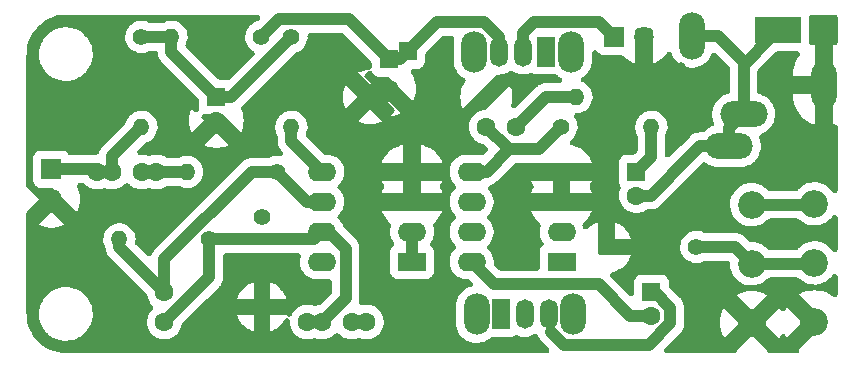
<source format=gbr>
%TF.GenerationSoftware,KiCad,Pcbnew,6.0.0~rc2+dfsg1-1*%
%TF.CreationDate,2022-01-05T20:23:19+00:00*%
%TF.ProjectId,LiRX_tht,4c695258-5f74-4687-942e-6b696361645f,rev?*%
%TF.SameCoordinates,Original*%
%TF.FileFunction,Copper,L1,Top*%
%TF.FilePolarity,Positive*%
%FSLAX46Y46*%
G04 Gerber Fmt 4.6, Leading zero omitted, Abs format (unit mm)*
G04 Created by KiCad (PCBNEW 6.0.0~rc2+dfsg1-1) date 2022-01-05 20:23:19*
%MOMM*%
%LPD*%
G01*
G04 APERTURE LIST*
%TA.AperFunction,ComponentPad*%
%ADD10C,1.400000*%
%TD*%
%TA.AperFunction,ComponentPad*%
%ADD11O,1.400000X1.400000*%
%TD*%
%TA.AperFunction,ComponentPad*%
%ADD12O,2.400000X1.600000*%
%TD*%
%TA.AperFunction,ComponentPad*%
%ADD13R,2.400000X1.600000*%
%TD*%
%TA.AperFunction,ComponentPad*%
%ADD14R,1.600000X1.600000*%
%TD*%
%TA.AperFunction,ComponentPad*%
%ADD15C,1.600000*%
%TD*%
%TA.AperFunction,ComponentPad*%
%ADD16R,1.700000X1.700000*%
%TD*%
%TA.AperFunction,ComponentPad*%
%ADD17O,1.700000X1.700000*%
%TD*%
%TA.AperFunction,ComponentPad*%
%ADD18R,4.000000X2.200000*%
%TD*%
%TA.AperFunction,ComponentPad*%
%ADD19O,2.200000X4.000000*%
%TD*%
%TA.AperFunction,ComponentPad*%
%ADD20O,4.000000X2.200000*%
%TD*%
%TA.AperFunction,ComponentPad*%
%ADD21R,1.800000X1.800000*%
%TD*%
%TA.AperFunction,ComponentPad*%
%ADD22C,1.800000*%
%TD*%
%TA.AperFunction,ComponentPad*%
%ADD23C,2.340000*%
%TD*%
%TA.AperFunction,ComponentPad*%
%ADD24O,2.200000X3.500000*%
%TD*%
%TA.AperFunction,ComponentPad*%
%ADD25O,1.500000X2.500000*%
%TD*%
%TA.AperFunction,ComponentPad*%
%ADD26R,1.500000X2.500000*%
%TD*%
%TA.AperFunction,ViaPad*%
%ADD27C,0.800000*%
%TD*%
%TA.AperFunction,Conductor*%
%ADD28C,1.000000*%
%TD*%
G04 APERTURE END LIST*
D10*
%TO.P,R20,1*%
%TO.N,TP2*%
X72390000Y-82550000D03*
D11*
%TO.P,R20,2*%
%TO.N,TP4*%
X72390000Y-90170000D03*
%TD*%
D10*
%TO.P,R19,1*%
%TO.N,Net-(R18-Pad2)*%
X82590000Y-97790000D03*
D11*
%TO.P,R19,2*%
%TO.N,GND*%
X82590000Y-105410000D03*
%TD*%
D10*
%TO.P,R18,1*%
%TO.N,TP2*%
X85090000Y-82550000D03*
D11*
%TO.P,R18,2*%
%TO.N,Net-(R18-Pad2)*%
X85090000Y-90170000D03*
%TD*%
D10*
%TO.P,R17,1*%
%TO.N,TP6*%
X78145000Y-99695000D03*
D11*
%TO.P,R17,2*%
%TO.N,TP5*%
X70525000Y-99695000D03*
%TD*%
D10*
%TO.P,R15,1*%
%TO.N,GND*%
X101600000Y-87630000D03*
D11*
%TO.P,R15,2*%
%TO.N,Net-(C12-Pad2)*%
X109220000Y-87630000D03*
%TD*%
D10*
%TO.P,R14,1*%
%TO.N,Net-(C8-Pad1)*%
X82550000Y-82550000D03*
D11*
%TO.P,R14,2*%
%TO.N,TP2*%
X74930000Y-82550000D03*
%TD*%
D10*
%TO.P,R3,1*%
%TO.N,Net-(C12-Pad1)*%
X107950000Y-90170000D03*
D11*
%TO.P,R3,2*%
%TO.N,Net-(C11-Pad1)*%
X115570000Y-90170000D03*
%TD*%
D10*
%TO.P,R2,1*%
%TO.N,Net-(R2-Pad1)*%
X119380000Y-100330000D03*
D11*
%TO.P,R2,2*%
%TO.N,GND*%
X111760000Y-100330000D03*
%TD*%
D10*
%TO.P,R1,1*%
%TO.N,TP5*%
X83860000Y-93980000D03*
D11*
%TO.P,R1,2*%
%TO.N,Net-(C9-Pad1)*%
X76240000Y-93980000D03*
%TD*%
D12*
%TO.P,U2,8,GAIN*%
%TO.N,Net-(C13-Pad2)*%
X100345000Y-101590000D03*
%TO.P,U2,4,GND*%
%TO.N,GND*%
X107965000Y-93970000D03*
%TO.P,U2,7,BYPASS*%
%TO.N,unconnected-(U2-Pad7)*%
X100345000Y-99050000D03*
%TO.P,U2,3,+*%
%TO.N,GND*%
X107965000Y-96510000D03*
%TO.P,U2,6,V+*%
%TO.N,Net-(C8-Pad1)*%
X100345000Y-96510000D03*
%TO.P,U2,2,-*%
%TO.N,Net-(R2-Pad1)*%
X107965000Y-99050000D03*
%TO.P,U2,5*%
%TO.N,Net-(C12-Pad1)*%
X100345000Y-93970000D03*
D13*
%TO.P,U2,1,GAIN*%
%TO.N,Net-(SW1-Pad2)*%
X107965000Y-101590000D03*
%TD*%
D14*
%TO.P,C11,1*%
%TO.N,Net-(C11-Pad1)*%
X114300000Y-93980000D03*
D15*
%TO.P,C11,2*%
%TO.N,Net-(C11-Pad2)*%
X114300000Y-95980000D03*
%TD*%
D16*
%TO.P,BT1,1,+*%
%TO.N,VCC*%
X112395000Y-82550000D03*
D17*
%TO.P,BT1,2,-*%
%TO.N,GND*%
X114935000Y-82550000D03*
%TD*%
D15*
%TO.P,C12,2*%
%TO.N,Net-(C12-Pad2)*%
X104100000Y-90170000D03*
%TO.P,C12,1*%
%TO.N,Net-(C12-Pad1)*%
X101600000Y-90170000D03*
%TD*%
D18*
%TO.P,J4,T*%
%TO.N,Net-(C11-Pad2)*%
X126275000Y-82000000D03*
D19*
%TO.P,J4,TN*%
X118975000Y-82500000D03*
D20*
%TO.P,J4,RN*%
X123375000Y-89100000D03*
%TO.P,J4,R*%
X122175000Y-91800000D03*
D19*
%TO.P,J4,S*%
%TO.N,GND*%
X130175000Y-86600000D03*
%TD*%
D13*
%TO.P,U3,1*%
%TO.N,Net-(U3-Pad1)*%
X95305000Y-101590000D03*
D12*
%TO.P,U3,5,+*%
%TO.N,Net-(R18-Pad2)*%
X87685000Y-93970000D03*
%TO.P,U3,2,-*%
%TO.N,Net-(U3-Pad1)*%
X95305000Y-99050000D03*
%TO.P,U3,6,-*%
%TO.N,TP5*%
X87685000Y-96510000D03*
%TO.P,U3,3,+*%
%TO.N,GND*%
X95305000Y-96510000D03*
%TO.P,U3,7*%
%TO.N,TP6*%
X87685000Y-99050000D03*
%TO.P,U3,4,V-*%
%TO.N,GND*%
X95305000Y-93970000D03*
%TO.P,U3,8,V+*%
%TO.N,TP2*%
X87685000Y-101590000D03*
%TD*%
D15*
%TO.P,C13,2*%
%TO.N,Net-(C13-Pad2)*%
X115570000Y-106140000D03*
D14*
%TO.P,C13,1*%
%TO.N,Net-(C13-Pad1)*%
X115570000Y-104140000D03*
%TD*%
%TO.P,C14,1*%
%TO.N,TP2*%
X78740000Y-87630000D03*
D15*
%TO.P,C14,2*%
%TO.N,GND*%
X78740000Y-89630000D03*
%TD*%
D21*
%TO.P,Q3,1,C*%
%TO.N,TP4*%
X64770000Y-93750000D03*
D22*
%TO.P,Q3,2,E*%
%TO.N,GND*%
X64770000Y-96290000D03*
%TD*%
D15*
%TO.P,C3,1*%
%TO.N,TP6*%
X74335000Y-106680000D03*
%TO.P,C3,2*%
%TO.N,TP5*%
X74335000Y-104180000D03*
%TD*%
%TO.P,C9,2*%
%TO.N,TP4*%
X68660000Y-93980000D03*
%TO.P,C9,1*%
%TO.N,Net-(C9-Pad1)*%
X73660000Y-93980000D03*
%TO.P,C9,2*%
%TO.N,TP4*%
X69910000Y-93980000D03*
%TO.P,C9,1*%
%TO.N,Net-(C9-Pad1)*%
X72410000Y-93980000D03*
%TD*%
%TO.P,C10,1*%
%TO.N,Net-(C10-Pad1)*%
X90190000Y-106680000D03*
%TO.P,C10,2*%
%TO.N,TP6*%
X87690000Y-106680000D03*
%TO.P,C10,1*%
%TO.N,Net-(C10-Pad1)*%
X91440000Y-106680000D03*
%TO.P,C10,2*%
%TO.N,TP6*%
X86440000Y-106680000D03*
%TD*%
D23*
%TO.P,RV1,3,3*%
%TO.N,Net-(C10-Pad1)*%
X129370000Y-96680000D03*
%TO.P,RV1,2,2*%
%TO.N,Net-(R2-Pad1)*%
X129370000Y-101680000D03*
%TO.P,RV1,1,1*%
%TO.N,GND*%
X129370000Y-106680000D03*
%TD*%
%TO.P,RV3,3,3*%
%TO.N,Net-(C10-Pad1)*%
X124065000Y-96750000D03*
%TO.P,RV3,2,2*%
%TO.N,Net-(R2-Pad1)*%
X124065000Y-101750000D03*
%TO.P,RV3,1,1*%
%TO.N,GND*%
X124065000Y-106750000D03*
%TD*%
D24*
%TO.P,SW1,*%
%TO.N,*%
X108970000Y-106045000D03*
X100770000Y-106045000D03*
D25*
%TO.P,SW1,3,C*%
%TO.N,Net-(C13-Pad1)*%
X106870000Y-106045000D03*
%TO.P,SW1,2,B*%
%TO.N,Net-(SW1-Pad2)*%
X104870000Y-106045000D03*
D26*
%TO.P,SW1,1,A*%
%TO.N,unconnected-(SW1-Pad1)*%
X102870000Y-106045000D03*
%TD*%
%TO.P,SW2,1,A*%
%TO.N,unconnected-(SW2-Pad1)*%
X106680000Y-83820000D03*
D25*
%TO.P,SW2,2,B*%
%TO.N,VCC*%
X104680000Y-83820000D03*
%TO.P,SW2,3,C*%
%TO.N,Net-(C8-Pad1)*%
X102680000Y-83820000D03*
D24*
%TO.P,SW2,*%
%TO.N,*%
X108780000Y-83820000D03*
X100580000Y-83820000D03*
%TD*%
D14*
%TO.P,C8,1*%
%TO.N,Net-(C8-Pad1)*%
X93345000Y-84455000D03*
D15*
%TO.P,C8,2*%
%TO.N,GND*%
X93345000Y-86955000D03*
D14*
%TO.P,C8,1*%
%TO.N,Net-(C8-Pad1)*%
X94945000Y-83784063D03*
D15*
%TO.P,C8,2*%
%TO.N,GND*%
X91745000Y-87625937D03*
%TD*%
D27*
%TO.N,GND*%
X118110000Y-85090000D03*
X113030000Y-85090000D03*
X130810000Y-82550000D03*
X119380000Y-107950000D03*
X69850000Y-107950000D03*
X63500000Y-102870000D03*
X63500000Y-87630000D03*
X69850000Y-81280000D03*
%TD*%
D28*
%TO.N,Net-(C10-Pad1)*%
X124065000Y-96750000D02*
X129300000Y-96750000D01*
X129300000Y-96750000D02*
X129370000Y-96680000D01*
%TO.N,Net-(C11-Pad2)*%
X119655000Y-91800000D02*
X121010000Y-91800000D01*
X121010000Y-91800000D02*
X122175000Y-91800000D01*
X123375000Y-84900000D02*
X125727500Y-82547500D01*
X125727500Y-82547500D02*
X126275000Y-82000000D01*
%TO.N,Net-(R2-Pad1)*%
X124065000Y-101750000D02*
X129300000Y-101750000D01*
X129300000Y-101750000D02*
X129370000Y-101680000D01*
X119380000Y-100330000D02*
X122645000Y-100330000D01*
X122645000Y-100330000D02*
X124065000Y-101750000D01*
%TO.N,VCC*%
X105630498Y-81270480D02*
X111115480Y-81270480D01*
X111115480Y-81270480D02*
X112395000Y-82550000D01*
%TO.N,Net-(C11-Pad2)*%
X123375000Y-84900000D02*
X123375000Y-84640000D01*
X123375000Y-84640000D02*
X121235000Y-82500000D01*
X121235000Y-82500000D02*
X118975000Y-82500000D01*
X123375000Y-89100000D02*
X123375000Y-84900000D01*
X122175000Y-91800000D02*
X122175000Y-90300000D01*
X122175000Y-90300000D02*
X123375000Y-89100000D01*
X118840000Y-92639022D02*
X118840000Y-92615000D01*
X118840000Y-92615000D02*
X119655000Y-91800000D01*
%TO.N,Net-(U3-Pad1)*%
X95305000Y-101590000D02*
X95305000Y-99050000D01*
%TO.N,Net-(C11-Pad1)*%
X115570000Y-90170000D02*
X115570000Y-92710000D01*
X115570000Y-92710000D02*
X114300000Y-93980000D01*
%TO.N,Net-(C11-Pad2)*%
X118840000Y-92639022D02*
X115499022Y-95980000D01*
X115499022Y-95980000D02*
X114300000Y-95980000D01*
%TO.N,Net-(C12-Pad1)*%
X100345000Y-93970000D02*
X101610000Y-93970000D01*
X101610000Y-93970000D02*
X103505000Y-92075000D01*
X101600000Y-90170000D02*
X103505000Y-92075000D01*
X106045000Y-92075000D02*
X107950000Y-90170000D01*
X103505000Y-92075000D02*
X106045000Y-92075000D01*
%TO.N,Net-(C12-Pad2)*%
X104100000Y-90170000D02*
X106640000Y-87630000D01*
X106640000Y-87630000D02*
X109220000Y-87630000D01*
%TO.N,VCC*%
X104680000Y-83820000D02*
X104680000Y-82220978D01*
X104680000Y-82220978D02*
X105630498Y-81270480D01*
%TO.N,Net-(C8-Pad1)*%
X94945000Y-83784063D02*
X97458583Y-81270480D01*
X97458583Y-81270480D02*
X101366806Y-81270480D01*
X101366806Y-81270480D02*
X102680000Y-82583674D01*
X102680000Y-82583674D02*
X102680000Y-83820000D01*
%TO.N,Net-(R18-Pad2)*%
X85090000Y-90170000D02*
X85090000Y-91375000D01*
X85090000Y-91375000D02*
X87685000Y-93970000D01*
%TO.N,GND*%
X91745000Y-87625937D02*
X92674063Y-87625937D01*
X92674063Y-87625937D02*
X93345000Y-86955000D01*
%TO.N,TP2*%
X85090000Y-82550000D02*
X80010000Y-87630000D01*
X80010000Y-87630000D02*
X78740000Y-87630000D01*
%TO.N,Net-(C8-Pad1)*%
X93345000Y-84455000D02*
X94274063Y-84455000D01*
X94274063Y-84455000D02*
X94945000Y-83784063D01*
X82550000Y-82550000D02*
X84049511Y-81050489D01*
X84049511Y-81050489D02*
X89940489Y-81050489D01*
X89940489Y-81050489D02*
X93345000Y-84455000D01*
%TO.N,TP2*%
X74930000Y-82550000D02*
X74930000Y-83820000D01*
X74930000Y-83820000D02*
X78740000Y-87630000D01*
X72390000Y-82550000D02*
X74930000Y-82550000D01*
%TO.N,TP4*%
X69910000Y-93980000D02*
X69910000Y-92650000D01*
X69910000Y-92650000D02*
X72390000Y-90170000D01*
X64770000Y-93750000D02*
X68430000Y-93750000D01*
X68430000Y-93750000D02*
X68660000Y-93980000D01*
X69910000Y-93980000D02*
X68660000Y-93980000D01*
%TO.N,Net-(C9-Pad1)*%
X76240000Y-93980000D02*
X72410000Y-93980000D01*
%TO.N,TP6*%
X74335000Y-106680000D02*
X78145000Y-102870000D01*
X78145000Y-102870000D02*
X78145000Y-99695000D01*
%TO.N,TP5*%
X83860000Y-93980000D02*
X86390000Y-96510000D01*
X86390000Y-96510000D02*
X87685000Y-96510000D01*
X74335000Y-104180000D02*
X74335000Y-101384370D01*
X74335000Y-101384370D02*
X81739370Y-93980000D01*
X81739370Y-93980000D02*
X83860000Y-93980000D01*
X70525000Y-99695000D02*
X70525000Y-100370000D01*
X70525000Y-100370000D02*
X74335000Y-104180000D01*
%TO.N,TP6*%
X87685000Y-99050000D02*
X87040000Y-99695000D01*
X87040000Y-99695000D02*
X78145000Y-99695000D01*
X87690000Y-106680000D02*
X89684520Y-104685480D01*
X89684520Y-104685480D02*
X89684520Y-100479520D01*
X89684520Y-100479520D02*
X88255000Y-99050000D01*
X88255000Y-99050000D02*
X87685000Y-99050000D01*
X86440000Y-106680000D02*
X87690000Y-106680000D01*
%TO.N,Net-(C13-Pad1)*%
X117169511Y-106802540D02*
X115377531Y-108594520D01*
X115377531Y-108594520D02*
X108183194Y-108594520D01*
X117169511Y-105477460D02*
X117169511Y-106802540D01*
X115832051Y-104140000D02*
X117169511Y-105477460D01*
X115570000Y-104140000D02*
X115832051Y-104140000D01*
X108183194Y-108594520D02*
X107109337Y-107520663D01*
%TO.N,Net-(C13-Pad2)*%
X100345000Y-101590000D02*
X102250480Y-103495480D01*
X102250480Y-103495480D02*
X111115480Y-103495480D01*
X111115480Y-103495480D02*
X113760000Y-106140000D01*
X113760000Y-106140000D02*
X115570000Y-106140000D01*
%TO.N,GND*%
X124530000Y-106680000D02*
X124460000Y-106750000D01*
%TO.N,VCC*%
X104680000Y-82550000D02*
X104680000Y-83990002D01*
%TD*%
%TA.AperFunction,Conductor*%
%TO.N,GND*%
G36*
X82292953Y-80678954D02*
G01*
X82373735Y-80732930D01*
X82427711Y-80813712D01*
X82446665Y-80909000D01*
X82427711Y-81004288D01*
X82373735Y-81085070D01*
X82280452Y-81178353D01*
X82199670Y-81232329D01*
X82181744Y-81238960D01*
X82020978Y-81291507D01*
X81822537Y-81394808D01*
X81643632Y-81529134D01*
X81636569Y-81536525D01*
X81511904Y-81666980D01*
X81489069Y-81690875D01*
X81483316Y-81699308D01*
X81483314Y-81699311D01*
X81401700Y-81818954D01*
X81362998Y-81875689D01*
X81358702Y-81884943D01*
X81358699Y-81884949D01*
X81291962Y-82028722D01*
X81268804Y-82078612D01*
X81235328Y-82199323D01*
X81211868Y-82283919D01*
X81209018Y-82294194D01*
X81207932Y-82304355D01*
X81207931Y-82304361D01*
X81186331Y-82506479D01*
X81186331Y-82506485D01*
X81185245Y-82516646D01*
X81198123Y-82739994D01*
X81247306Y-82958239D01*
X81331475Y-83165521D01*
X81336815Y-83174235D01*
X81336816Y-83174237D01*
X81437970Y-83339305D01*
X81448368Y-83356273D01*
X81594845Y-83525372D01*
X81602707Y-83531899D01*
X81602711Y-83531903D01*
X81730483Y-83637980D01*
X81766975Y-83668276D01*
X81840074Y-83710991D01*
X81844013Y-83713293D01*
X81916721Y-83777733D01*
X81959235Y-83865092D01*
X81965082Y-83962071D01*
X81933372Y-84053906D01*
X81894456Y-84104349D01*
X79889095Y-86109710D01*
X79808313Y-86163686D01*
X79713025Y-86182640D01*
X79669264Y-86178301D01*
X79661251Y-86175790D01*
X79648102Y-86174582D01*
X79648098Y-86174581D01*
X79598468Y-86170021D01*
X79598462Y-86170021D01*
X79592795Y-86169500D01*
X79023835Y-86169500D01*
X78928547Y-86150546D01*
X78847765Y-86096570D01*
X76194749Y-83443554D01*
X76140773Y-83362772D01*
X76121819Y-83267484D01*
X76140773Y-83172196D01*
X76147575Y-83157200D01*
X76199296Y-83052550D01*
X76264332Y-82838493D01*
X76293533Y-82616688D01*
X76294275Y-82586352D01*
X76295001Y-82556626D01*
X76295163Y-82550000D01*
X76276832Y-82327033D01*
X76268584Y-82294194D01*
X76235659Y-82163118D01*
X76222331Y-82110055D01*
X76208660Y-82078612D01*
X76137198Y-81914262D01*
X76137196Y-81914258D01*
X76133123Y-81904891D01*
X76127576Y-81896317D01*
X76127573Y-81896311D01*
X76017153Y-81725628D01*
X76011605Y-81717052D01*
X75861039Y-81551583D01*
X75685470Y-81412927D01*
X75489612Y-81304807D01*
X75479989Y-81301399D01*
X75479986Y-81301398D01*
X75288353Y-81233537D01*
X75288348Y-81233536D01*
X75278725Y-81230128D01*
X75268665Y-81228336D01*
X75068540Y-81192689D01*
X75068538Y-81192689D01*
X75058473Y-81190896D01*
X75048250Y-81190771D01*
X75048249Y-81190771D01*
X74931130Y-81189340D01*
X74834771Y-81188162D01*
X74824670Y-81189708D01*
X74824665Y-81189708D01*
X74670258Y-81213336D01*
X74613626Y-81222002D01*
X74603910Y-81225178D01*
X74603909Y-81225178D01*
X74542285Y-81245320D01*
X74400978Y-81291507D01*
X74391909Y-81296228D01*
X74266779Y-81361366D01*
X74173505Y-81388553D01*
X74151804Y-81389500D01*
X73167196Y-81389500D01*
X73071908Y-81370546D01*
X73046858Y-81358490D01*
X72958555Y-81309744D01*
X72949612Y-81304807D01*
X72939989Y-81301399D01*
X72939986Y-81301398D01*
X72748353Y-81233537D01*
X72748348Y-81233536D01*
X72738725Y-81230128D01*
X72728665Y-81228336D01*
X72528540Y-81192689D01*
X72528538Y-81192689D01*
X72518473Y-81190896D01*
X72508250Y-81190771D01*
X72508249Y-81190771D01*
X72391130Y-81189340D01*
X72294771Y-81188162D01*
X72284670Y-81189708D01*
X72284665Y-81189708D01*
X72130258Y-81213336D01*
X72073626Y-81222002D01*
X72063910Y-81225178D01*
X72063909Y-81225178D01*
X72002285Y-81245320D01*
X71860978Y-81291507D01*
X71662537Y-81394808D01*
X71483632Y-81529134D01*
X71476569Y-81536525D01*
X71351904Y-81666980D01*
X71329069Y-81690875D01*
X71323316Y-81699308D01*
X71323314Y-81699311D01*
X71241700Y-81818954D01*
X71202998Y-81875689D01*
X71198702Y-81884943D01*
X71198699Y-81884949D01*
X71131962Y-82028722D01*
X71108804Y-82078612D01*
X71075328Y-82199323D01*
X71051868Y-82283919D01*
X71049018Y-82294194D01*
X71047932Y-82304355D01*
X71047931Y-82304361D01*
X71026331Y-82506479D01*
X71026331Y-82506485D01*
X71025245Y-82516646D01*
X71038123Y-82739994D01*
X71087306Y-82958239D01*
X71171475Y-83165521D01*
X71176815Y-83174235D01*
X71176816Y-83174237D01*
X71277970Y-83339305D01*
X71288368Y-83356273D01*
X71434845Y-83525372D01*
X71442707Y-83531899D01*
X71442711Y-83531903D01*
X71570483Y-83637980D01*
X71606975Y-83668276D01*
X71800133Y-83781148D01*
X71809676Y-83784792D01*
X71809682Y-83784795D01*
X71999583Y-83857311D01*
X71999587Y-83857312D01*
X72009132Y-83860957D01*
X72120916Y-83883700D01*
X72218346Y-83903523D01*
X72218348Y-83903523D01*
X72228359Y-83905560D01*
X72326397Y-83909155D01*
X72441716Y-83913384D01*
X72441722Y-83913384D01*
X72451928Y-83913758D01*
X72462058Y-83912460D01*
X72462064Y-83912460D01*
X72564742Y-83899306D01*
X72673833Y-83885331D01*
X72683617Y-83882396D01*
X72683620Y-83882395D01*
X72878327Y-83823980D01*
X72878329Y-83823979D01*
X72888116Y-83821043D01*
X72897291Y-83816548D01*
X72897294Y-83816547D01*
X73061933Y-83735891D01*
X73155843Y-83710991D01*
X73171478Y-83710500D01*
X73527089Y-83710500D01*
X73622377Y-83729454D01*
X73703159Y-83783430D01*
X73757135Y-83864212D01*
X73774362Y-83930224D01*
X73775292Y-83938079D01*
X73775975Y-83944570D01*
X73784044Y-84032390D01*
X73787143Y-84043378D01*
X73787350Y-84044496D01*
X73787607Y-84046189D01*
X73788008Y-84048206D01*
X73788414Y-84049849D01*
X73788654Y-84050980D01*
X73789996Y-84062315D01*
X73793381Y-84073215D01*
X73793381Y-84073217D01*
X73816153Y-84146555D01*
X73818004Y-84152803D01*
X73841938Y-84237668D01*
X73846990Y-84247912D01*
X73847399Y-84248978D01*
X73847963Y-84250605D01*
X73848712Y-84252482D01*
X73849422Y-84254050D01*
X73849859Y-84255104D01*
X73853244Y-84266007D01*
X73858558Y-84276107D01*
X73858562Y-84276117D01*
X73894311Y-84344064D01*
X73897270Y-84349870D01*
X73936272Y-84428957D01*
X73943108Y-84438110D01*
X73943684Y-84439051D01*
X73944545Y-84440565D01*
X73945637Y-84442296D01*
X73946606Y-84443686D01*
X73947238Y-84444659D01*
X73952553Y-84454762D01*
X73959621Y-84463728D01*
X73959623Y-84463731D01*
X74007176Y-84524052D01*
X74011141Y-84529220D01*
X74063886Y-84599853D01*
X74072273Y-84607606D01*
X74072274Y-84607607D01*
X74123389Y-84654857D01*
X74130438Y-84661633D01*
X77206571Y-87737766D01*
X77260547Y-87818548D01*
X77279501Y-87913836D01*
X77279501Y-88482794D01*
X77285790Y-88551251D01*
X77289740Y-88563856D01*
X77289741Y-88563860D01*
X77295370Y-88581822D01*
X77305779Y-88678417D01*
X77278431Y-88771644D01*
X77217488Y-88847308D01*
X77132228Y-88893890D01*
X77035633Y-88904299D01*
X76942406Y-88876951D01*
X76881695Y-88832355D01*
X76689541Y-88640201D01*
X76672200Y-88628614D01*
X76672139Y-88628655D01*
X76663170Y-88641172D01*
X76614119Y-88740637D01*
X76607901Y-88755648D01*
X76516221Y-89025730D01*
X76512014Y-89041431D01*
X76456375Y-89321150D01*
X76454251Y-89337277D01*
X76435598Y-89621868D01*
X76435598Y-89638132D01*
X76454251Y-89922723D01*
X76456375Y-89938850D01*
X76512014Y-90218569D01*
X76516221Y-90234270D01*
X76607901Y-90504352D01*
X76614119Y-90519363D01*
X76661353Y-90615144D01*
X76674050Y-90631691D01*
X76674120Y-90631672D01*
X76686637Y-90622703D01*
X77661999Y-89647341D01*
X77673586Y-89630000D01*
X77661999Y-89612659D01*
X77537645Y-89488305D01*
X77483669Y-89407523D01*
X77464715Y-89312235D01*
X77483669Y-89216947D01*
X77537645Y-89136165D01*
X77618427Y-89082189D01*
X77713715Y-89063235D01*
X77788178Y-89074630D01*
X77806137Y-89080258D01*
X77806141Y-89080259D01*
X77818749Y-89084210D01*
X77831903Y-89085419D01*
X77831905Y-89085419D01*
X77881532Y-89089979D01*
X77881538Y-89089979D01*
X77887205Y-89090500D01*
X77909284Y-89090500D01*
X79158020Y-89090499D01*
X79253307Y-89109453D01*
X79334089Y-89163429D01*
X80790459Y-90619799D01*
X80807800Y-90631386D01*
X80807861Y-90631345D01*
X80816830Y-90618828D01*
X80865881Y-90519363D01*
X80872099Y-90504352D01*
X80963779Y-90234270D01*
X80967986Y-90218569D01*
X81023625Y-89938850D01*
X81025749Y-89922723D01*
X81044402Y-89638132D01*
X81044402Y-89621868D01*
X81025749Y-89337277D01*
X81023625Y-89321150D01*
X80967986Y-89041431D01*
X80963779Y-89025730D01*
X80872102Y-88755659D01*
X80865876Y-88740629D01*
X80837353Y-88682789D01*
X80812208Y-88588944D01*
X80824890Y-88492620D01*
X80873468Y-88408482D01*
X80884605Y-88396590D01*
X81647126Y-87634069D01*
X89440598Y-87634069D01*
X89459251Y-87918660D01*
X89461375Y-87934787D01*
X89517014Y-88214506D01*
X89521221Y-88230207D01*
X89612901Y-88500289D01*
X89619119Y-88515300D01*
X89666353Y-88611081D01*
X89679050Y-88627628D01*
X89679120Y-88627609D01*
X89691637Y-88618640D01*
X90219807Y-88090470D01*
X93275946Y-88090470D01*
X93287530Y-88107807D01*
X93753890Y-88574167D01*
X93807866Y-88654949D01*
X93826820Y-88750237D01*
X93807866Y-88845525D01*
X93753890Y-88926307D01*
X93442882Y-89237315D01*
X93433498Y-89251360D01*
X93443989Y-89253447D01*
X93637723Y-89240749D01*
X93653850Y-89238625D01*
X93933569Y-89182986D01*
X93949270Y-89178779D01*
X94219352Y-89087099D01*
X94234363Y-89080881D01*
X94330144Y-89033647D01*
X94346691Y-89020950D01*
X94346672Y-89020880D01*
X94337703Y-89008363D01*
X93362341Y-88033001D01*
X93345000Y-88021414D01*
X93327659Y-88033002D01*
X93287533Y-88073128D01*
X93275946Y-88090470D01*
X90219807Y-88090470D01*
X90666999Y-87643278D01*
X90678586Y-87625937D01*
X90666999Y-87608596D01*
X89694541Y-86636138D01*
X89677200Y-86624551D01*
X89677139Y-86624592D01*
X89668170Y-86637109D01*
X89619119Y-86736574D01*
X89612901Y-86751585D01*
X89521221Y-87021667D01*
X89517014Y-87037368D01*
X89461375Y-87317087D01*
X89459251Y-87333214D01*
X89440598Y-87617805D01*
X89440598Y-87634069D01*
X81647126Y-87634069D01*
X85360919Y-83920276D01*
X85441701Y-83866300D01*
X85465433Y-83857850D01*
X85588116Y-83821043D01*
X85789022Y-83722620D01*
X85971155Y-83592706D01*
X86129624Y-83434789D01*
X86260173Y-83253111D01*
X86359296Y-83052550D01*
X86424332Y-82838493D01*
X86453533Y-82616688D01*
X86454275Y-82586352D01*
X86455001Y-82556626D01*
X86455163Y-82550000D01*
X86449440Y-82480391D01*
X86460523Y-82383871D01*
X86507698Y-82298939D01*
X86583785Y-82238524D01*
X86677200Y-82211826D01*
X86697603Y-82210989D01*
X89356654Y-82210989D01*
X89451942Y-82229943D01*
X89532724Y-82283919D01*
X91811571Y-84562766D01*
X91865547Y-84643548D01*
X91884501Y-84738836D01*
X91884501Y-85078645D01*
X91865547Y-85173933D01*
X91811571Y-85254715D01*
X91730789Y-85308691D01*
X91651786Y-85327112D01*
X91452277Y-85340188D01*
X91436150Y-85342312D01*
X91156431Y-85397951D01*
X91140730Y-85402158D01*
X90870648Y-85493838D01*
X90855637Y-85500056D01*
X90759856Y-85547290D01*
X90743309Y-85559987D01*
X90743328Y-85560057D01*
X90752297Y-85572574D01*
X91727659Y-86547936D01*
X91745001Y-86559523D01*
X91762340Y-86547938D01*
X91802466Y-86507812D01*
X91814055Y-86490468D01*
X91802471Y-86473131D01*
X91336110Y-86006770D01*
X91282134Y-85925988D01*
X91263180Y-85830700D01*
X91282134Y-85735412D01*
X91336110Y-85654630D01*
X91536936Y-85453804D01*
X91617718Y-85399828D01*
X91713006Y-85380874D01*
X91808294Y-85399828D01*
X91889076Y-85453804D01*
X91936679Y-85522679D01*
X91938597Y-85528801D01*
X91946368Y-85541632D01*
X91946370Y-85541637D01*
X91971116Y-85582497D01*
X92021412Y-85665545D01*
X92134455Y-85778588D01*
X92271199Y-85861403D01*
X92423749Y-85909210D01*
X92436903Y-85910419D01*
X92436905Y-85910419D01*
X92486532Y-85914979D01*
X92486538Y-85914979D01*
X92492205Y-85915500D01*
X93263022Y-85915500D01*
X93358307Y-85934453D01*
X93439089Y-85988429D01*
X95395459Y-87944799D01*
X95412800Y-87956386D01*
X95412861Y-87956345D01*
X95421830Y-87943828D01*
X95470881Y-87844363D01*
X95477099Y-87829352D01*
X95568779Y-87559270D01*
X95572986Y-87543569D01*
X95628625Y-87263850D01*
X95630749Y-87247723D01*
X95649402Y-86963132D01*
X95649402Y-86946868D01*
X95630749Y-86662277D01*
X95628625Y-86646150D01*
X95572986Y-86366431D01*
X95568779Y-86350730D01*
X95477102Y-86080659D01*
X95470874Y-86065624D01*
X95344735Y-85809839D01*
X95336605Y-85795758D01*
X95227118Y-85631898D01*
X95189938Y-85542139D01*
X95189939Y-85444984D01*
X95227118Y-85355224D01*
X95295818Y-85286526D01*
X95385577Y-85249346D01*
X95434154Y-85244562D01*
X95797794Y-85244562D01*
X95866251Y-85238273D01*
X96018801Y-85190466D01*
X96155545Y-85107651D01*
X96268588Y-84994608D01*
X96351403Y-84857864D01*
X96399210Y-84705314D01*
X96403224Y-84661633D01*
X96404979Y-84642531D01*
X96404979Y-84642525D01*
X96405500Y-84636858D01*
X96405500Y-84067898D01*
X96424454Y-83972610D01*
X96478430Y-83891828D01*
X97866348Y-82503910D01*
X97947130Y-82449934D01*
X98042418Y-82430980D01*
X98631070Y-82430980D01*
X98726358Y-82449934D01*
X98807140Y-82503910D01*
X98861116Y-82584692D01*
X98880070Y-82679980D01*
X98872409Y-82741271D01*
X98843658Y-82854479D01*
X98843657Y-82854486D01*
X98841384Y-82863435D01*
X98840458Y-82872626D01*
X98840458Y-82872629D01*
X98823327Y-83042764D01*
X98819500Y-83080765D01*
X98819500Y-84536435D01*
X98819843Y-84541044D01*
X98819843Y-84541057D01*
X98824213Y-84599853D01*
X98833955Y-84730948D01*
X98835994Y-84739961D01*
X98835995Y-84739965D01*
X98848327Y-84794464D01*
X98891704Y-84986164D01*
X98935122Y-85097811D01*
X98969853Y-85187121D01*
X98986543Y-85230040D01*
X98991129Y-85238064D01*
X98991130Y-85238066D01*
X99014746Y-85279385D01*
X99116386Y-85457220D01*
X99122100Y-85464469D01*
X99122104Y-85464474D01*
X99145253Y-85493838D01*
X99278383Y-85662712D01*
X99468974Y-85842002D01*
X99476562Y-85847266D01*
X99476567Y-85847270D01*
X99574921Y-85915500D01*
X99683973Y-85991152D01*
X99703979Y-86001018D01*
X99781056Y-86060162D01*
X99829633Y-86144301D01*
X99842314Y-86240625D01*
X99817168Y-86334469D01*
X99800882Y-86362676D01*
X99695183Y-86520864D01*
X99687053Y-86534947D01*
X99566711Y-86778975D01*
X99560484Y-86794010D01*
X99473020Y-87051668D01*
X99468816Y-87067359D01*
X99415732Y-87334235D01*
X99413609Y-87350358D01*
X99395813Y-87621868D01*
X99395813Y-87638132D01*
X99413609Y-87909642D01*
X99415732Y-87925765D01*
X99468816Y-88192641D01*
X99473020Y-88208332D01*
X99560485Y-88465996D01*
X99566707Y-88481016D01*
X99619381Y-88587830D01*
X99632076Y-88604374D01*
X99632147Y-88604355D01*
X99644664Y-88595386D01*
X101600000Y-86640051D01*
X102433866Y-85806184D01*
X102514648Y-85752208D01*
X102608949Y-85733450D01*
X102613316Y-85734029D01*
X102852518Y-85725048D01*
X102862828Y-85722885D01*
X102862834Y-85722884D01*
X103076471Y-85678059D01*
X103076474Y-85678058D01*
X103086788Y-85675894D01*
X103096592Y-85672022D01*
X103096596Y-85672021D01*
X103299614Y-85591845D01*
X103299615Y-85591845D01*
X103309426Y-85587970D01*
X103436641Y-85510773D01*
X103505052Y-85469260D01*
X103505053Y-85469259D01*
X103514066Y-85463790D01*
X103522028Y-85456881D01*
X103530551Y-85450666D01*
X103531570Y-85452064D01*
X103604324Y-85410569D01*
X103700714Y-85398397D01*
X103794424Y-85424037D01*
X103831744Y-85446997D01*
X103934041Y-85523108D01*
X103943437Y-85527885D01*
X103943440Y-85527887D01*
X104138015Y-85626814D01*
X104147417Y-85631594D01*
X104157491Y-85634722D01*
X104365953Y-85699451D01*
X104365955Y-85699451D01*
X104376021Y-85702577D01*
X104509426Y-85720259D01*
X104602866Y-85732644D01*
X104602867Y-85732644D01*
X104613316Y-85734029D01*
X104623842Y-85733634D01*
X104623847Y-85733634D01*
X104723415Y-85729895D01*
X104852518Y-85725048D01*
X104862828Y-85722885D01*
X104862834Y-85722884D01*
X105076471Y-85678059D01*
X105076474Y-85678058D01*
X105086788Y-85675894D01*
X105096592Y-85672022D01*
X105096596Y-85672021D01*
X105309426Y-85587970D01*
X105310132Y-85589757D01*
X105390035Y-85568131D01*
X105486391Y-85580569D01*
X105535936Y-85603570D01*
X105615114Y-85651521D01*
X105656199Y-85676403D01*
X105808749Y-85724210D01*
X105821903Y-85725419D01*
X105821905Y-85725419D01*
X105871532Y-85729979D01*
X105871538Y-85729979D01*
X105877205Y-85730500D01*
X106126221Y-85730500D01*
X107451731Y-85730499D01*
X107547019Y-85749453D01*
X107622342Y-85798135D01*
X107668974Y-85842002D01*
X107676562Y-85847266D01*
X107676567Y-85847270D01*
X107774921Y-85915500D01*
X107883973Y-85991152D01*
X107896195Y-85997179D01*
X107898309Y-85998801D01*
X107900220Y-85999927D01*
X107900082Y-86000162D01*
X107973271Y-86056320D01*
X108021849Y-86140458D01*
X108034532Y-86236782D01*
X108009388Y-86330627D01*
X107950245Y-86407706D01*
X107866107Y-86456284D01*
X107786065Y-86469500D01*
X106687413Y-86469500D01*
X106671127Y-86468967D01*
X106609491Y-86464927D01*
X106598154Y-86466269D01*
X106598151Y-86466269D01*
X106521913Y-86475293D01*
X106515430Y-86475975D01*
X106427610Y-86484044D01*
X106416622Y-86487143D01*
X106415504Y-86487350D01*
X106413811Y-86487607D01*
X106411794Y-86488008D01*
X106410151Y-86488414D01*
X106409020Y-86488654D01*
X106397685Y-86489996D01*
X106386785Y-86493381D01*
X106386783Y-86493381D01*
X106313445Y-86516153D01*
X106307197Y-86518004D01*
X106222332Y-86541938D01*
X106212088Y-86546990D01*
X106211022Y-86547399D01*
X106209395Y-86547963D01*
X106207518Y-86548712D01*
X106205950Y-86549422D01*
X106204896Y-86549859D01*
X106193993Y-86553244D01*
X106183893Y-86558558D01*
X106183883Y-86558562D01*
X106115936Y-86594311D01*
X106110130Y-86597270D01*
X106031043Y-86636272D01*
X106021890Y-86643108D01*
X106020949Y-86643684D01*
X106019435Y-86644545D01*
X106017704Y-86645637D01*
X106016314Y-86646606D01*
X106015341Y-86647238D01*
X106005238Y-86652553D01*
X105996272Y-86659621D01*
X105996269Y-86659623D01*
X105935948Y-86707176D01*
X105930780Y-86711141D01*
X105860147Y-86763886D01*
X105852394Y-86772273D01*
X105852393Y-86772274D01*
X105805143Y-86823389D01*
X105798367Y-86830438D01*
X104125716Y-88503089D01*
X104044934Y-88557065D01*
X103949646Y-88576019D01*
X103854358Y-88557065D01*
X103773576Y-88503089D01*
X103719600Y-88422307D01*
X103700646Y-88327019D01*
X103713860Y-88246981D01*
X103726980Y-88208332D01*
X103731184Y-88192641D01*
X103784268Y-87925765D01*
X103786391Y-87909642D01*
X103804187Y-87638132D01*
X103804187Y-87621868D01*
X103786391Y-87350358D01*
X103784268Y-87334235D01*
X103731184Y-87067359D01*
X103726980Y-87051668D01*
X103639515Y-86794004D01*
X103633293Y-86778984D01*
X103580619Y-86672170D01*
X103567924Y-86655626D01*
X103567853Y-86655645D01*
X103555336Y-86664614D01*
X101600000Y-88619949D01*
X101572152Y-88647797D01*
X101491370Y-88701773D01*
X101433746Y-88717862D01*
X101335179Y-88732945D01*
X101260372Y-88744392D01*
X101250658Y-88747567D01*
X101250654Y-88747568D01*
X101100379Y-88796686D01*
X101032094Y-88819005D01*
X101023027Y-88823725D01*
X100828851Y-88924807D01*
X100819067Y-88929900D01*
X100810892Y-88936038D01*
X100635182Y-89067964D01*
X100635178Y-89067968D01*
X100627013Y-89074098D01*
X100461089Y-89247728D01*
X100325751Y-89446126D01*
X100295112Y-89512133D01*
X100240400Y-89630000D01*
X100224634Y-89663964D01*
X100221907Y-89673799D01*
X100221905Y-89673803D01*
X100163234Y-89885364D01*
X100160453Y-89895392D01*
X100153846Y-89957214D01*
X100136314Y-90121267D01*
X100134932Y-90134195D01*
X100148757Y-90373959D01*
X100151004Y-90383928D01*
X100151004Y-90383931D01*
X100196928Y-90587709D01*
X100201556Y-90608246D01*
X100291911Y-90830763D01*
X100297254Y-90839482D01*
X100407909Y-91020054D01*
X100417396Y-91035536D01*
X100424085Y-91043258D01*
X100536768Y-91173342D01*
X100574640Y-91217063D01*
X100582501Y-91223589D01*
X100731289Y-91347115D01*
X100759421Y-91370471D01*
X100768242Y-91375626D01*
X100768244Y-91375627D01*
X100819381Y-91405509D01*
X100966776Y-91491640D01*
X100976316Y-91495283D01*
X101181588Y-91573669D01*
X101181592Y-91573670D01*
X101191137Y-91577315D01*
X101300160Y-91599496D01*
X101337377Y-91607068D01*
X101426973Y-91644639D01*
X101463804Y-91674999D01*
X101687735Y-91898930D01*
X101741711Y-91979712D01*
X101760665Y-92075000D01*
X101741711Y-92170288D01*
X101687735Y-92251070D01*
X101426631Y-92512174D01*
X101345849Y-92566150D01*
X101250561Y-92585104D01*
X101184019Y-92576048D01*
X101029461Y-92533185D01*
X101029455Y-92533184D01*
X101019608Y-92530453D01*
X100889703Y-92516570D01*
X100830137Y-92510204D01*
X100830134Y-92510204D01*
X100823548Y-92509500D01*
X99884124Y-92509500D01*
X99705645Y-92524174D01*
X99695739Y-92526662D01*
X99695734Y-92526663D01*
X99482634Y-92580190D01*
X99482631Y-92580191D01*
X99472718Y-92582681D01*
X99396133Y-92615981D01*
X99261845Y-92674370D01*
X99261841Y-92674372D01*
X99252474Y-92678445D01*
X99050829Y-92808896D01*
X99043276Y-92815769D01*
X99043273Y-92815771D01*
X98905523Y-92941114D01*
X98873197Y-92970528D01*
X98864466Y-92981583D01*
X98733441Y-93147491D01*
X98724350Y-93159002D01*
X98608283Y-93369256D01*
X98604875Y-93378879D01*
X98604874Y-93378882D01*
X98540782Y-93559873D01*
X98528115Y-93595643D01*
X98485999Y-93832084D01*
X98483065Y-94072228D01*
X98519392Y-94309628D01*
X98522567Y-94319342D01*
X98522568Y-94319346D01*
X98530743Y-94344357D01*
X98594005Y-94537906D01*
X98598725Y-94546973D01*
X98690955Y-94724144D01*
X98704900Y-94750933D01*
X98711038Y-94759108D01*
X98842964Y-94934818D01*
X98842968Y-94934822D01*
X98849098Y-94942987D01*
X98969518Y-95058062D01*
X98972028Y-95060461D01*
X99027824Y-95139997D01*
X99048935Y-95234830D01*
X99032148Y-95330524D01*
X98980018Y-95412509D01*
X98967589Y-95424638D01*
X98873197Y-95510528D01*
X98866861Y-95518551D01*
X98736165Y-95684042D01*
X98724350Y-95699002D01*
X98608283Y-95909256D01*
X98604875Y-95918879D01*
X98604874Y-95918882D01*
X98531525Y-96126013D01*
X98528115Y-96135643D01*
X98485999Y-96372084D01*
X98485874Y-96382305D01*
X98485874Y-96382306D01*
X98485164Y-96440443D01*
X98483065Y-96612228D01*
X98519392Y-96849628D01*
X98522567Y-96859342D01*
X98522568Y-96859346D01*
X98559947Y-96973707D01*
X98594005Y-97077906D01*
X98598725Y-97086973D01*
X98690955Y-97264144D01*
X98704900Y-97290933D01*
X98711038Y-97299108D01*
X98842964Y-97474818D01*
X98842968Y-97474822D01*
X98849098Y-97482987D01*
X98951672Y-97581008D01*
X98972028Y-97600461D01*
X99027824Y-97679997D01*
X99048935Y-97774830D01*
X99032148Y-97870524D01*
X98980018Y-97952509D01*
X98967589Y-97964638D01*
X98873197Y-98050528D01*
X98866861Y-98058551D01*
X98756543Y-98198239D01*
X98724350Y-98239002D01*
X98608283Y-98449256D01*
X98604875Y-98458879D01*
X98604874Y-98458882D01*
X98531525Y-98666013D01*
X98528115Y-98675643D01*
X98485999Y-98912084D01*
X98485874Y-98922305D01*
X98485874Y-98922306D01*
X98485148Y-98981722D01*
X98483065Y-99152228D01*
X98519392Y-99389628D01*
X98522567Y-99399342D01*
X98522568Y-99399346D01*
X98546326Y-99472033D01*
X98594005Y-99617906D01*
X98704900Y-99830933D01*
X98715280Y-99844758D01*
X98842964Y-100014818D01*
X98842968Y-100014822D01*
X98849098Y-100022987D01*
X98935787Y-100105828D01*
X98972028Y-100140461D01*
X99027824Y-100219997D01*
X99048935Y-100314830D01*
X99032148Y-100410524D01*
X98980018Y-100492509D01*
X98967589Y-100504638D01*
X98873197Y-100590528D01*
X98866861Y-100598551D01*
X98739582Y-100759715D01*
X98724350Y-100779002D01*
X98608283Y-100989256D01*
X98604875Y-100998879D01*
X98604874Y-100998882D01*
X98531527Y-101206008D01*
X98528115Y-101215643D01*
X98485999Y-101452084D01*
X98485874Y-101462305D01*
X98485874Y-101462306D01*
X98485298Y-101509454D01*
X98483065Y-101692228D01*
X98519392Y-101929628D01*
X98594005Y-102157906D01*
X98598725Y-102166973D01*
X98660773Y-102286165D01*
X98704900Y-102370933D01*
X98711038Y-102379108D01*
X98842964Y-102554818D01*
X98842968Y-102554822D01*
X98849098Y-102562987D01*
X99022728Y-102728911D01*
X99104529Y-102784712D01*
X99212680Y-102858488D01*
X99212684Y-102858490D01*
X99221126Y-102864249D01*
X99321914Y-102911033D01*
X99429702Y-102961067D01*
X99429705Y-102961068D01*
X99438964Y-102965366D01*
X99448799Y-102968093D01*
X99448803Y-102968095D01*
X99660543Y-103026816D01*
X99660547Y-103026817D01*
X99670392Y-103029547D01*
X99800053Y-103043404D01*
X99859863Y-103049796D01*
X99859866Y-103049796D01*
X99866452Y-103050500D01*
X100061165Y-103050500D01*
X100156453Y-103069454D01*
X100237235Y-103123430D01*
X100398989Y-103285184D01*
X100452965Y-103365966D01*
X100471919Y-103461254D01*
X100452965Y-103556542D01*
X100398989Y-103637324D01*
X100318207Y-103691300D01*
X100292617Y-103700299D01*
X100151731Y-103741364D01*
X100143346Y-103745229D01*
X100143342Y-103745231D01*
X99988989Y-103816389D01*
X99914099Y-103850914D01*
X99695270Y-103994385D01*
X99688381Y-104000534D01*
X99688378Y-104000536D01*
X99601903Y-104077718D01*
X99500051Y-104168624D01*
X99332730Y-104369806D01*
X99300308Y-104423236D01*
X99201773Y-104585615D01*
X99201770Y-104585621D01*
X99196984Y-104593508D01*
X99193415Y-104602019D01*
X99193413Y-104602023D01*
X99153332Y-104697607D01*
X99095794Y-104834819D01*
X99093520Y-104843773D01*
X99093519Y-104843776D01*
X99084615Y-104878836D01*
X99031384Y-105088435D01*
X99030458Y-105097626D01*
X99030458Y-105097629D01*
X99013795Y-105263115D01*
X99009500Y-105305765D01*
X99009500Y-106761435D01*
X99009843Y-106766044D01*
X99009843Y-106766057D01*
X99017218Y-106865294D01*
X99023955Y-106955948D01*
X99025994Y-106964961D01*
X99025995Y-106964965D01*
X99070133Y-107160028D01*
X99081704Y-107211164D01*
X99102539Y-107264741D01*
X99168669Y-107434791D01*
X99176543Y-107455040D01*
X99306386Y-107682220D01*
X99312100Y-107689469D01*
X99312104Y-107689474D01*
X99374709Y-107768887D01*
X99468383Y-107887712D01*
X99658974Y-108067002D01*
X99666562Y-108072266D01*
X99666567Y-108072270D01*
X99727843Y-108114778D01*
X99873973Y-108216152D01*
X99953045Y-108255146D01*
X100039034Y-108297551D01*
X100108656Y-108331885D01*
X100169065Y-108351222D01*
X100349069Y-108408842D01*
X100349072Y-108408843D01*
X100357867Y-108411658D01*
X100483998Y-108432200D01*
X100607017Y-108452235D01*
X100607023Y-108452236D01*
X100616132Y-108453719D01*
X100625362Y-108453840D01*
X100625364Y-108453840D01*
X100800034Y-108456126D01*
X100877777Y-108457144D01*
X100931413Y-108449844D01*
X101127909Y-108423103D01*
X101127913Y-108423102D01*
X101137055Y-108421858D01*
X101388269Y-108348636D01*
X101396654Y-108344771D01*
X101396658Y-108344769D01*
X101617511Y-108242954D01*
X101617513Y-108242953D01*
X101625901Y-108239086D01*
X101770937Y-108143996D01*
X101837002Y-108100682D01*
X101837005Y-108100680D01*
X101844730Y-108095615D01*
X101927895Y-108021388D01*
X101930872Y-108018731D01*
X102014584Y-107969421D01*
X102096676Y-107955500D01*
X103412392Y-107955499D01*
X103672794Y-107955499D01*
X103741251Y-107949210D01*
X103893801Y-107901403D01*
X104018056Y-107826152D01*
X104109380Y-107793003D01*
X104206439Y-107797326D01*
X104259889Y-107817177D01*
X104337417Y-107856594D01*
X104347491Y-107859722D01*
X104555953Y-107924451D01*
X104555955Y-107924451D01*
X104566021Y-107927577D01*
X104719231Y-107947884D01*
X104792866Y-107957644D01*
X104792867Y-107957644D01*
X104803316Y-107959029D01*
X104813842Y-107958634D01*
X104813847Y-107958634D01*
X104913415Y-107954895D01*
X105042518Y-107950048D01*
X105052828Y-107947885D01*
X105052834Y-107947884D01*
X105266471Y-107903059D01*
X105266474Y-107903058D01*
X105276788Y-107900894D01*
X105286592Y-107897022D01*
X105286596Y-107897021D01*
X105489614Y-107816845D01*
X105489615Y-107816845D01*
X105499426Y-107812970D01*
X105635427Y-107730442D01*
X105726721Y-107697213D01*
X105823784Y-107701451D01*
X105911836Y-107742510D01*
X105977474Y-107814140D01*
X106002401Y-107869475D01*
X106027229Y-107949435D01*
X106032581Y-107966670D01*
X106131890Y-108155425D01*
X106239846Y-108292367D01*
X106862409Y-108914930D01*
X106916385Y-108995712D01*
X106935339Y-109091000D01*
X106916385Y-109186288D01*
X106862409Y-109267070D01*
X106781627Y-109321046D01*
X106686339Y-109340000D01*
X66059827Y-109340000D01*
X66027326Y-109337870D01*
X66006962Y-109335189D01*
X65992046Y-109336836D01*
X65985270Y-109336765D01*
X65954947Y-109337639D01*
X65931430Y-109336407D01*
X65663893Y-109322385D01*
X65637987Y-109319662D01*
X65318466Y-109269055D01*
X65292978Y-109263637D01*
X64980480Y-109179903D01*
X64955692Y-109171849D01*
X64653690Y-109055921D01*
X64629881Y-109045321D01*
X64341623Y-108898447D01*
X64319056Y-108885418D01*
X64047741Y-108709224D01*
X64026655Y-108693904D01*
X63775250Y-108490320D01*
X63755881Y-108472881D01*
X63527119Y-108244119D01*
X63509680Y-108224750D01*
X63306096Y-107973345D01*
X63290776Y-107952259D01*
X63228650Y-107856594D01*
X63114582Y-107680944D01*
X63101553Y-107658377D01*
X62954679Y-107370119D01*
X62944079Y-107346310D01*
X62828151Y-107044308D01*
X62820097Y-107019520D01*
X62736363Y-106707022D01*
X62730944Y-106681528D01*
X62729656Y-106673394D01*
X62680338Y-106362013D01*
X62677614Y-106336099D01*
X62671054Y-106210909D01*
X62662969Y-106056643D01*
X62663077Y-106047446D01*
X63734938Y-106047446D01*
X63761110Y-106346598D01*
X63826618Y-106639661D01*
X63930309Y-106921486D01*
X63934157Y-106928785D01*
X63934160Y-106928791D01*
X63981996Y-107019520D01*
X64070362Y-107187121D01*
X64075141Y-107193845D01*
X64075143Y-107193849D01*
X64239530Y-107425163D01*
X64244318Y-107431900D01*
X64249953Y-107437943D01*
X64249954Y-107437944D01*
X64405548Y-107604798D01*
X64449118Y-107651521D01*
X64489763Y-107684907D01*
X64674310Y-107836496D01*
X64681166Y-107842128D01*
X64936384Y-108000370D01*
X64977239Y-108018731D01*
X65190953Y-108114778D01*
X65210289Y-108123468D01*
X65218193Y-108125824D01*
X65218195Y-108125825D01*
X65490165Y-108206902D01*
X65490169Y-108206903D01*
X65498069Y-108209258D01*
X65794667Y-108256235D01*
X65801608Y-108256550D01*
X65801616Y-108256551D01*
X65841965Y-108258383D01*
X65888591Y-108260500D01*
X66076166Y-108260500D01*
X66080256Y-108260228D01*
X66080266Y-108260228D01*
X66178479Y-108253704D01*
X66299635Y-108245657D01*
X66594005Y-108186302D01*
X66877939Y-108088535D01*
X67146449Y-107954076D01*
X67153272Y-107949439D01*
X67153279Y-107949435D01*
X67319462Y-107836496D01*
X67394817Y-107785285D01*
X67400971Y-107779783D01*
X67612528Y-107590630D01*
X67612532Y-107590626D01*
X67618680Y-107585129D01*
X67703694Y-107485942D01*
X67808728Y-107363396D01*
X67808732Y-107363391D01*
X67814104Y-107357123D01*
X67891700Y-107237636D01*
X67973154Y-107112208D01*
X67973156Y-107112204D01*
X67977656Y-107105275D01*
X68068605Y-106913736D01*
X68102918Y-106841474D01*
X68102919Y-106841473D01*
X68106463Y-106834008D01*
X68198262Y-106548088D01*
X68206632Y-106501569D01*
X68249979Y-106260662D01*
X68249980Y-106260654D01*
X68251440Y-106252539D01*
X68261349Y-106034318D01*
X68264688Y-105960794D01*
X68264688Y-105960791D01*
X68265062Y-105952554D01*
X68238890Y-105653402D01*
X68173382Y-105360339D01*
X68069691Y-105078514D01*
X68065615Y-105070782D01*
X67964413Y-104878836D01*
X67929638Y-104812879D01*
X67901588Y-104773408D01*
X67760470Y-104574837D01*
X67760468Y-104574835D01*
X67755682Y-104568100D01*
X67688603Y-104496166D01*
X67556520Y-104354525D01*
X67550882Y-104348479D01*
X67375947Y-104204785D01*
X67325221Y-104163118D01*
X67325218Y-104163116D01*
X67318834Y-104157872D01*
X67063616Y-103999630D01*
X66875667Y-103915162D01*
X66797239Y-103879915D01*
X66797236Y-103879914D01*
X66789711Y-103876532D01*
X66781805Y-103874175D01*
X66509835Y-103793098D01*
X66509831Y-103793097D01*
X66501931Y-103790742D01*
X66205333Y-103743765D01*
X66198392Y-103743450D01*
X66198384Y-103743449D01*
X66158035Y-103741617D01*
X66111409Y-103739500D01*
X65923834Y-103739500D01*
X65919744Y-103739772D01*
X65919734Y-103739772D01*
X65821521Y-103746296D01*
X65700365Y-103754343D01*
X65405995Y-103813698D01*
X65122061Y-103911465D01*
X64853551Y-104045924D01*
X64846728Y-104050561D01*
X64846721Y-104050565D01*
X64791685Y-104087968D01*
X64605183Y-104214715D01*
X64599032Y-104220215D01*
X64599029Y-104220217D01*
X64387472Y-104409370D01*
X64387468Y-104409374D01*
X64381320Y-104414871D01*
X64363023Y-104436219D01*
X64191272Y-104636604D01*
X64191268Y-104636609D01*
X64185896Y-104642877D01*
X64158234Y-104685473D01*
X64039373Y-104868503D01*
X64022344Y-104894725D01*
X63893537Y-105165992D01*
X63801738Y-105451912D01*
X63800275Y-105460043D01*
X63750021Y-105739338D01*
X63750020Y-105739346D01*
X63748560Y-105747461D01*
X63734938Y-106047446D01*
X62663077Y-106047446D01*
X62663345Y-106024732D01*
X62663554Y-106021986D01*
X62664701Y-106013924D01*
X62664847Y-106000000D01*
X62661803Y-105974844D01*
X62660000Y-105944931D01*
X62660000Y-99661646D01*
X69160245Y-99661646D01*
X69173123Y-99884994D01*
X69190838Y-99963601D01*
X69216976Y-100079586D01*
X69222306Y-100103239D01*
X69226150Y-100112705D01*
X69226151Y-100112709D01*
X69290776Y-100271860D01*
X69306475Y-100310521D01*
X69311815Y-100319235D01*
X69311817Y-100319239D01*
X69330976Y-100350504D01*
X69365943Y-100451336D01*
X69367017Y-100460405D01*
X69370293Y-100488085D01*
X69370975Y-100494570D01*
X69379044Y-100582390D01*
X69382143Y-100593378D01*
X69382350Y-100594496D01*
X69382607Y-100596189D01*
X69383008Y-100598206D01*
X69383414Y-100599849D01*
X69383654Y-100600980D01*
X69384996Y-100612315D01*
X69388381Y-100623215D01*
X69388381Y-100623217D01*
X69411153Y-100696555D01*
X69413004Y-100702803D01*
X69436938Y-100787668D01*
X69441990Y-100797912D01*
X69442399Y-100798978D01*
X69442963Y-100800605D01*
X69443712Y-100802482D01*
X69444422Y-100804050D01*
X69444859Y-100805104D01*
X69448244Y-100816007D01*
X69453558Y-100826107D01*
X69453562Y-100826117D01*
X69489311Y-100894064D01*
X69492270Y-100899870D01*
X69531272Y-100978957D01*
X69538108Y-100988110D01*
X69538684Y-100989051D01*
X69539545Y-100990565D01*
X69540637Y-100992296D01*
X69541606Y-100993686D01*
X69542238Y-100994659D01*
X69547553Y-101004762D01*
X69554621Y-101013728D01*
X69554623Y-101013731D01*
X69602176Y-101074052D01*
X69606141Y-101079220D01*
X69658886Y-101149853D01*
X69667273Y-101157606D01*
X69667274Y-101157607D01*
X69718389Y-101204857D01*
X69725438Y-101211633D01*
X72828696Y-104314891D01*
X72882672Y-104395673D01*
X72895534Y-104436219D01*
X72925394Y-104568715D01*
X72936556Y-104618246D01*
X73026911Y-104840763D01*
X73032254Y-104849482D01*
X73137571Y-105021343D01*
X73152396Y-105045536D01*
X73159085Y-105053258D01*
X73301846Y-105218065D01*
X73309640Y-105227063D01*
X73317502Y-105233590D01*
X73317508Y-105233596D01*
X73323653Y-105238698D01*
X73384859Y-105314149D01*
X73412532Y-105407280D01*
X73402459Y-105503911D01*
X73356173Y-105589332D01*
X73344615Y-105602304D01*
X73196089Y-105757728D01*
X73177158Y-105785480D01*
X73068388Y-105944931D01*
X73060751Y-105956126D01*
X73022187Y-106039206D01*
X72987402Y-106114144D01*
X72959634Y-106173964D01*
X72956907Y-106183799D01*
X72956905Y-106183803D01*
X72907481Y-106362020D01*
X72895453Y-106405392D01*
X72885557Y-106497992D01*
X72871279Y-106631595D01*
X72869932Y-106644195D01*
X72883757Y-106883959D01*
X72886004Y-106893928D01*
X72886004Y-106893931D01*
X72934241Y-107107973D01*
X72936556Y-107118246D01*
X73026911Y-107340763D01*
X73032254Y-107349482D01*
X73144694Y-107532967D01*
X73152396Y-107545536D01*
X73159085Y-107553258D01*
X73287484Y-107701485D01*
X73309640Y-107727063D01*
X73317501Y-107733589D01*
X73469429Y-107859722D01*
X73494421Y-107880471D01*
X73503242Y-107885626D01*
X73503244Y-107885627D01*
X73537920Y-107905890D01*
X73701776Y-108001640D01*
X73711316Y-108005283D01*
X73916588Y-108083669D01*
X73916592Y-108083670D01*
X73926137Y-108087315D01*
X74040310Y-108110544D01*
X74151465Y-108133159D01*
X74151467Y-108133159D01*
X74161478Y-108135196D01*
X74261360Y-108138858D01*
X74391267Y-108143622D01*
X74391273Y-108143622D01*
X74401480Y-108143996D01*
X74411611Y-108142698D01*
X74411616Y-108142698D01*
X74543328Y-108125825D01*
X74639696Y-108113480D01*
X74649478Y-108110545D01*
X74649484Y-108110544D01*
X74859940Y-108047404D01*
X74859942Y-108047403D01*
X74869729Y-108044467D01*
X74878904Y-108039972D01*
X74878907Y-108039971D01*
X75007913Y-107976771D01*
X75085401Y-107938810D01*
X75280921Y-107799347D01*
X75451038Y-107629823D01*
X75591183Y-107434791D01*
X75667683Y-107280004D01*
X75693061Y-107228656D01*
X75693061Y-107228655D01*
X75697592Y-107219488D01*
X75738326Y-107085418D01*
X75764436Y-106999481D01*
X75764437Y-106999477D01*
X75767408Y-106989698D01*
X75771674Y-106957292D01*
X75802902Y-106865294D01*
X75842474Y-106813721D01*
X76542051Y-106114144D01*
X80508375Y-106114144D01*
X80510883Y-106129330D01*
X80550483Y-106245990D01*
X80556711Y-106261025D01*
X80677053Y-106505053D01*
X80685181Y-106519132D01*
X80836349Y-106745369D01*
X80846254Y-106758278D01*
X81025646Y-106962835D01*
X81037165Y-106974354D01*
X81241722Y-107153746D01*
X81254631Y-107163651D01*
X81480868Y-107314819D01*
X81494947Y-107322947D01*
X81738975Y-107443289D01*
X81754010Y-107449517D01*
X81866778Y-107487796D01*
X81887455Y-107490518D01*
X81887493Y-107490453D01*
X81890000Y-107475265D01*
X81890000Y-106134527D01*
X81885931Y-106114069D01*
X81865473Y-106110000D01*
X80528848Y-106110000D01*
X80508390Y-106114069D01*
X80508375Y-106114144D01*
X76542051Y-106114144D01*
X77948740Y-104707455D01*
X80509482Y-104707455D01*
X80509547Y-104707493D01*
X80524735Y-104710000D01*
X81865473Y-104710000D01*
X81885931Y-104705931D01*
X81890000Y-104685473D01*
X83290000Y-104685473D01*
X83294069Y-104705931D01*
X83314527Y-104710000D01*
X84651152Y-104710000D01*
X84671610Y-104705931D01*
X84671625Y-104705856D01*
X84669117Y-104690670D01*
X84629517Y-104574010D01*
X84623289Y-104558975D01*
X84502947Y-104314947D01*
X84494819Y-104300868D01*
X84343651Y-104074631D01*
X84333746Y-104061722D01*
X84154354Y-103857165D01*
X84142835Y-103845646D01*
X83938278Y-103666254D01*
X83925369Y-103656349D01*
X83699132Y-103505181D01*
X83685053Y-103497053D01*
X83441025Y-103376711D01*
X83425990Y-103370483D01*
X83313222Y-103332204D01*
X83292545Y-103329482D01*
X83292507Y-103329547D01*
X83290000Y-103344735D01*
X83290000Y-104685473D01*
X81890000Y-104685473D01*
X81890000Y-103348848D01*
X81885931Y-103328390D01*
X81885856Y-103328375D01*
X81870670Y-103330883D01*
X81754010Y-103370483D01*
X81738975Y-103376711D01*
X81494947Y-103497053D01*
X81480868Y-103505181D01*
X81254631Y-103656349D01*
X81241722Y-103666254D01*
X81037165Y-103845646D01*
X81025646Y-103857165D01*
X80846254Y-104061722D01*
X80836349Y-104074631D01*
X80685181Y-104300868D01*
X80677053Y-104314947D01*
X80556711Y-104558975D01*
X80550483Y-104574010D01*
X80512204Y-104686778D01*
X80509482Y-104707455D01*
X77948740Y-104707455D01*
X78932082Y-103724113D01*
X78943975Y-103712975D01*
X78981823Y-103679784D01*
X78981827Y-103679780D01*
X78990404Y-103672258D01*
X79045035Y-103602959D01*
X79049093Y-103597948D01*
X79105496Y-103530131D01*
X79111074Y-103520171D01*
X79111723Y-103519226D01*
X79112730Y-103517859D01*
X79113881Y-103516136D01*
X79114766Y-103514671D01*
X79115379Y-103513728D01*
X79122447Y-103504762D01*
X79132371Y-103485901D01*
X79163516Y-103426703D01*
X79166596Y-103421030D01*
X79209712Y-103344040D01*
X79213382Y-103333228D01*
X79213849Y-103332180D01*
X79214598Y-103330637D01*
X79215398Y-103328774D01*
X79216000Y-103327174D01*
X79216441Y-103326110D01*
X79221756Y-103316007D01*
X79225140Y-103305109D01*
X79247908Y-103231784D01*
X79249922Y-103225587D01*
X79274599Y-103152890D01*
X79274600Y-103152885D01*
X79278270Y-103142074D01*
X79279909Y-103130769D01*
X79280174Y-103129667D01*
X79280636Y-103127987D01*
X79281075Y-103126046D01*
X79281377Y-103124356D01*
X79281619Y-103123217D01*
X79285004Y-103112315D01*
X79290463Y-103066199D01*
X79295373Y-103024712D01*
X79296224Y-103018251D01*
X79307236Y-102942300D01*
X79308875Y-102930996D01*
X79306422Y-102868552D01*
X79305692Y-102849987D01*
X79305500Y-102840211D01*
X79305500Y-101104500D01*
X79324454Y-101009212D01*
X79378430Y-100928430D01*
X79459212Y-100874454D01*
X79554500Y-100855500D01*
X85643321Y-100855500D01*
X85738609Y-100874454D01*
X85819391Y-100928430D01*
X85873367Y-101009212D01*
X85892321Y-101104500D01*
X85878039Y-101187617D01*
X85871526Y-101206008D01*
X85871525Y-101206013D01*
X85868115Y-101215643D01*
X85825999Y-101452084D01*
X85825874Y-101462305D01*
X85825874Y-101462306D01*
X85825298Y-101509454D01*
X85823065Y-101692228D01*
X85859392Y-101929628D01*
X85934005Y-102157906D01*
X85938725Y-102166973D01*
X86000773Y-102286165D01*
X86044900Y-102370933D01*
X86051038Y-102379108D01*
X86182964Y-102554818D01*
X86182968Y-102554822D01*
X86189098Y-102562987D01*
X86362728Y-102728911D01*
X86444529Y-102784712D01*
X86552680Y-102858488D01*
X86552684Y-102858490D01*
X86561126Y-102864249D01*
X86661914Y-102911033D01*
X86769702Y-102961067D01*
X86769705Y-102961068D01*
X86778964Y-102965366D01*
X86788799Y-102968093D01*
X86788803Y-102968095D01*
X87000543Y-103026816D01*
X87000547Y-103026817D01*
X87010392Y-103029547D01*
X87140053Y-103043404D01*
X87199863Y-103049796D01*
X87199866Y-103049796D01*
X87206452Y-103050500D01*
X88145876Y-103050500D01*
X88190512Y-103046830D01*
X88254618Y-103041560D01*
X88351138Y-103052643D01*
X88436071Y-103099819D01*
X88496485Y-103175906D01*
X88523183Y-103269321D01*
X88524020Y-103289723D01*
X88524020Y-104101645D01*
X88505066Y-104196933D01*
X88451090Y-104277715D01*
X87554541Y-105174264D01*
X87473759Y-105228240D01*
X87416134Y-105244329D01*
X87360478Y-105252845D01*
X87360471Y-105252847D01*
X87350372Y-105254392D01*
X87340658Y-105257567D01*
X87340654Y-105257568D01*
X87212254Y-105299536D01*
X87139395Y-105323350D01*
X87042934Y-105334938D01*
X86978918Y-105321389D01*
X86823994Y-105266527D01*
X86823987Y-105266525D01*
X86814357Y-105263115D01*
X86577916Y-105220999D01*
X86567695Y-105220874D01*
X86567694Y-105220874D01*
X86426832Y-105219153D01*
X86337772Y-105218065D01*
X86100372Y-105254392D01*
X86090658Y-105257567D01*
X86090654Y-105257568D01*
X85924047Y-105312024D01*
X85872094Y-105329005D01*
X85659067Y-105439900D01*
X85639737Y-105454413D01*
X85475182Y-105577964D01*
X85475178Y-105577968D01*
X85467013Y-105584098D01*
X85301089Y-105757728D01*
X85282158Y-105785480D01*
X85173388Y-105944931D01*
X85165751Y-105956126D01*
X85161449Y-105965394D01*
X85161445Y-105965401D01*
X85107363Y-106081912D01*
X85050052Y-106160363D01*
X84967081Y-106210909D01*
X84871083Y-106225857D01*
X84776672Y-106202929D01*
X84698221Y-106145618D01*
X84683964Y-106128657D01*
X84672462Y-106113668D01*
X84670453Y-106112507D01*
X84655265Y-106110000D01*
X83314527Y-106110000D01*
X83294069Y-106114069D01*
X83290000Y-106134527D01*
X83290000Y-107471152D01*
X83294069Y-107491610D01*
X83294144Y-107491625D01*
X83309330Y-107489117D01*
X83425990Y-107449517D01*
X83441025Y-107443289D01*
X83685053Y-107322947D01*
X83699132Y-107314819D01*
X83925369Y-107163651D01*
X83938278Y-107153746D01*
X84142835Y-106974354D01*
X84154354Y-106962835D01*
X84333746Y-106758278D01*
X84343651Y-106745369D01*
X84494819Y-106519132D01*
X84502944Y-106505059D01*
X84504665Y-106501569D01*
X84505852Y-106500022D01*
X84507024Y-106497992D01*
X84507291Y-106498146D01*
X84563810Y-106424490D01*
X84647948Y-106375913D01*
X84744272Y-106363231D01*
X84838116Y-106388376D01*
X84915195Y-106447521D01*
X84963772Y-106531659D01*
X84975905Y-106623810D01*
X84976268Y-106623819D01*
X84976211Y-106626140D01*
X84976454Y-106627983D01*
X84976052Y-106632646D01*
X84976018Y-106634029D01*
X84974932Y-106644195D01*
X84988757Y-106883959D01*
X84991004Y-106893928D01*
X84991004Y-106893931D01*
X85039241Y-107107973D01*
X85041556Y-107118246D01*
X85131911Y-107340763D01*
X85137254Y-107349482D01*
X85249694Y-107532967D01*
X85257396Y-107545536D01*
X85264085Y-107553258D01*
X85392484Y-107701485D01*
X85414640Y-107727063D01*
X85422501Y-107733589D01*
X85574429Y-107859722D01*
X85599421Y-107880471D01*
X85608242Y-107885626D01*
X85608244Y-107885627D01*
X85642920Y-107905890D01*
X85806776Y-108001640D01*
X85816316Y-108005283D01*
X86021588Y-108083669D01*
X86021592Y-108083670D01*
X86031137Y-108087315D01*
X86145310Y-108110544D01*
X86256465Y-108133159D01*
X86256467Y-108133159D01*
X86266478Y-108135196D01*
X86366360Y-108138858D01*
X86496267Y-108143622D01*
X86496273Y-108143622D01*
X86506480Y-108143996D01*
X86516611Y-108142698D01*
X86516616Y-108142698D01*
X86648328Y-108125825D01*
X86744696Y-108113480D01*
X86754478Y-108110545D01*
X86754484Y-108110544D01*
X86964948Y-108047402D01*
X86964954Y-108047400D01*
X86974729Y-108044467D01*
X86981035Y-108041378D01*
X87075349Y-108024491D01*
X87159397Y-108040827D01*
X87281137Y-108087315D01*
X87395310Y-108110544D01*
X87506465Y-108133159D01*
X87506467Y-108133159D01*
X87516478Y-108135196D01*
X87616360Y-108138858D01*
X87746267Y-108143622D01*
X87746273Y-108143622D01*
X87756480Y-108143996D01*
X87766611Y-108142698D01*
X87766616Y-108142698D01*
X87898328Y-108125825D01*
X87994696Y-108113480D01*
X88004478Y-108110545D01*
X88004484Y-108110544D01*
X88214940Y-108047404D01*
X88214942Y-108047403D01*
X88224729Y-108044467D01*
X88233904Y-108039972D01*
X88233907Y-108039971D01*
X88362913Y-107976771D01*
X88440401Y-107938810D01*
X88635921Y-107799347D01*
X88764154Y-107671561D01*
X88845030Y-107617726D01*
X88940351Y-107598938D01*
X89035606Y-107618059D01*
X89116293Y-107672176D01*
X89128123Y-107684907D01*
X89142484Y-107701485D01*
X89164640Y-107727063D01*
X89172501Y-107733589D01*
X89324429Y-107859722D01*
X89349421Y-107880471D01*
X89358242Y-107885626D01*
X89358244Y-107885627D01*
X89392920Y-107905890D01*
X89556776Y-108001640D01*
X89566316Y-108005283D01*
X89771588Y-108083669D01*
X89771592Y-108083670D01*
X89781137Y-108087315D01*
X89895310Y-108110544D01*
X90006465Y-108133159D01*
X90006467Y-108133159D01*
X90016478Y-108135196D01*
X90116360Y-108138858D01*
X90246267Y-108143622D01*
X90246273Y-108143622D01*
X90256480Y-108143996D01*
X90266611Y-108142698D01*
X90266616Y-108142698D01*
X90398328Y-108125825D01*
X90494696Y-108113480D01*
X90504478Y-108110545D01*
X90504484Y-108110544D01*
X90714948Y-108047402D01*
X90714954Y-108047400D01*
X90724729Y-108044467D01*
X90731035Y-108041378D01*
X90825349Y-108024491D01*
X90909397Y-108040827D01*
X91031137Y-108087315D01*
X91145310Y-108110544D01*
X91256465Y-108133159D01*
X91256467Y-108133159D01*
X91266478Y-108135196D01*
X91366360Y-108138858D01*
X91496267Y-108143622D01*
X91496273Y-108143622D01*
X91506480Y-108143996D01*
X91516611Y-108142698D01*
X91516616Y-108142698D01*
X91648328Y-108125825D01*
X91744696Y-108113480D01*
X91754478Y-108110545D01*
X91754484Y-108110544D01*
X91964940Y-108047404D01*
X91964942Y-108047403D01*
X91974729Y-108044467D01*
X91983904Y-108039972D01*
X91983907Y-108039971D01*
X92112913Y-107976771D01*
X92190401Y-107938810D01*
X92385921Y-107799347D01*
X92556038Y-107629823D01*
X92696183Y-107434791D01*
X92772683Y-107280004D01*
X92798061Y-107228656D01*
X92798061Y-107228655D01*
X92802592Y-107219488D01*
X92843326Y-107085418D01*
X92869436Y-106999481D01*
X92869437Y-106999477D01*
X92872408Y-106989698D01*
X92892905Y-106834008D01*
X92902891Y-106758155D01*
X92902891Y-106758150D01*
X92903755Y-106751590D01*
X92904845Y-106707022D01*
X92905343Y-106686626D01*
X92905505Y-106680000D01*
X92903401Y-106654402D01*
X92890708Y-106500022D01*
X92885826Y-106440645D01*
X92881769Y-106424490D01*
X92829810Y-106217634D01*
X92829809Y-106217631D01*
X92827319Y-106207718D01*
X92777061Y-106092132D01*
X92735630Y-105996845D01*
X92735628Y-105996841D01*
X92731555Y-105987474D01*
X92704033Y-105944931D01*
X92606652Y-105794405D01*
X92601104Y-105785829D01*
X92588102Y-105771539D01*
X92446352Y-105615758D01*
X92439472Y-105608197D01*
X92333965Y-105524873D01*
X92259015Y-105465681D01*
X92259012Y-105465679D01*
X92250998Y-105459350D01*
X92040744Y-105343283D01*
X92031121Y-105339875D01*
X92031118Y-105339874D01*
X91823987Y-105266525D01*
X91823985Y-105266525D01*
X91814357Y-105263115D01*
X91577916Y-105220999D01*
X91567695Y-105220874D01*
X91567694Y-105220874D01*
X91426832Y-105219153D01*
X91337772Y-105218065D01*
X91100372Y-105254392D01*
X91099959Y-105251693D01*
X91021092Y-105254648D01*
X90930004Y-105220856D01*
X90858780Y-105154778D01*
X90818266Y-105066473D01*
X90814628Y-104969386D01*
X90815853Y-104963259D01*
X90817789Y-104957554D01*
X90819427Y-104946260D01*
X90819692Y-104945155D01*
X90820151Y-104943488D01*
X90820597Y-104941512D01*
X90820897Y-104939835D01*
X90821139Y-104938698D01*
X90824524Y-104927795D01*
X90834897Y-104840150D01*
X90835738Y-104833758D01*
X90848394Y-104746476D01*
X90846863Y-104707493D01*
X90845212Y-104665483D01*
X90845020Y-104655708D01*
X90845020Y-100526934D01*
X90845553Y-100510648D01*
X90846742Y-100492509D01*
X90849593Y-100449011D01*
X90844409Y-100405209D01*
X90839227Y-100361433D01*
X90838545Y-100354948D01*
X90831520Y-100278494D01*
X90830476Y-100267130D01*
X90827377Y-100256142D01*
X90827170Y-100255024D01*
X90826913Y-100253331D01*
X90826512Y-100251314D01*
X90826106Y-100249671D01*
X90825866Y-100248540D01*
X90824524Y-100237205D01*
X90818756Y-100218628D01*
X90798367Y-100152965D01*
X90796515Y-100146714D01*
X90794819Y-100140699D01*
X90772582Y-100061852D01*
X90767530Y-100051608D01*
X90767121Y-100050542D01*
X90766557Y-100048915D01*
X90765808Y-100047038D01*
X90765098Y-100045470D01*
X90764661Y-100044416D01*
X90761276Y-100033513D01*
X90755962Y-100023413D01*
X90755958Y-100023403D01*
X90720209Y-99955456D01*
X90717250Y-99949650D01*
X90705623Y-99926074D01*
X90678248Y-99870563D01*
X90671412Y-99861410D01*
X90670836Y-99860469D01*
X90669975Y-99858955D01*
X90668883Y-99857224D01*
X90667914Y-99855834D01*
X90667282Y-99854861D01*
X90661967Y-99844758D01*
X90651069Y-99830933D01*
X90607344Y-99775468D01*
X90603378Y-99770299D01*
X90557467Y-99708818D01*
X90550634Y-99699667D01*
X90491130Y-99644662D01*
X90484082Y-99637887D01*
X89530398Y-98684203D01*
X89476422Y-98603421D01*
X89469800Y-98585522D01*
X89435995Y-98482094D01*
X89339491Y-98296711D01*
X89329819Y-98278132D01*
X89325100Y-98269067D01*
X89236666Y-98151284D01*
X89187036Y-98085182D01*
X89187032Y-98085178D01*
X89180902Y-98077013D01*
X89057972Y-97959539D01*
X89002176Y-97880003D01*
X88981065Y-97785170D01*
X88997852Y-97689476D01*
X89049982Y-97607491D01*
X89062411Y-97595362D01*
X89156803Y-97509472D01*
X89217071Y-97433159D01*
X89299319Y-97329015D01*
X89299321Y-97329012D01*
X89305650Y-97320998D01*
X89337035Y-97264144D01*
X92734744Y-97264144D01*
X92737252Y-97279330D01*
X92772898Y-97384341D01*
X92779125Y-97399375D01*
X92905265Y-97655161D01*
X92913395Y-97669242D01*
X93071836Y-97906368D01*
X93081750Y-97919289D01*
X93269790Y-98133706D01*
X93281301Y-98145217D01*
X93455563Y-98298041D01*
X93514707Y-98375119D01*
X93539853Y-98468964D01*
X93526103Y-98568368D01*
X93491527Y-98666006D01*
X93491525Y-98666013D01*
X93488115Y-98675643D01*
X93445999Y-98912084D01*
X93445874Y-98922305D01*
X93445874Y-98922306D01*
X93445148Y-98981722D01*
X93443065Y-99152228D01*
X93479392Y-99389628D01*
X93482567Y-99399342D01*
X93482568Y-99399346D01*
X93506326Y-99472033D01*
X93554005Y-99617906D01*
X93664900Y-99830933D01*
X93671037Y-99839106D01*
X93671039Y-99839110D01*
X93711952Y-99893601D01*
X93732789Y-99921352D01*
X93736334Y-99926074D01*
X93778390Y-100013655D01*
X93783729Y-100110663D01*
X93751538Y-100202330D01*
X93696342Y-100265269D01*
X93694455Y-100266412D01*
X93581412Y-100379455D01*
X93498597Y-100516199D01*
X93450790Y-100668749D01*
X93449581Y-100681903D01*
X93449581Y-100681905D01*
X93447950Y-100699661D01*
X93444500Y-100737205D01*
X93444501Y-102442794D01*
X93450790Y-102511251D01*
X93498597Y-102663801D01*
X93581412Y-102800545D01*
X93694455Y-102913588D01*
X93831199Y-102996403D01*
X93983749Y-103044210D01*
X93996903Y-103045419D01*
X93996905Y-103045419D01*
X94046532Y-103049979D01*
X94046538Y-103049979D01*
X94052205Y-103050500D01*
X95304670Y-103050500D01*
X96557794Y-103050499D01*
X96626251Y-103044210D01*
X96778801Y-102996403D01*
X96915545Y-102913588D01*
X97028588Y-102800545D01*
X97111403Y-102663801D01*
X97159210Y-102511251D01*
X97160419Y-102498095D01*
X97164979Y-102448468D01*
X97164979Y-102448462D01*
X97165500Y-102442795D01*
X97165499Y-100737206D01*
X97159210Y-100668749D01*
X97111403Y-100516199D01*
X97028588Y-100379455D01*
X96915545Y-100266412D01*
X96914185Y-100265588D01*
X96856279Y-100198149D01*
X96826014Y-100105828D01*
X96833382Y-100008953D01*
X96877800Y-99921587D01*
X96919319Y-99869015D01*
X96919321Y-99869012D01*
X96925650Y-99860998D01*
X97041717Y-99650744D01*
X97050531Y-99625856D01*
X97118475Y-99433987D01*
X97118475Y-99433985D01*
X97121885Y-99424357D01*
X97164001Y-99187916D01*
X97166935Y-98947772D01*
X97130608Y-98710372D01*
X97127431Y-98700651D01*
X97082228Y-98562352D01*
X97070640Y-98465891D01*
X97096848Y-98372338D01*
X97154728Y-98297787D01*
X97328698Y-98145218D01*
X97340210Y-98133706D01*
X97528257Y-97919281D01*
X97538155Y-97906380D01*
X97696607Y-97669241D01*
X97704735Y-97655161D01*
X97830875Y-97399375D01*
X97837102Y-97384341D01*
X97871427Y-97283222D01*
X97874149Y-97262545D01*
X97874084Y-97262507D01*
X97858896Y-97260000D01*
X92755217Y-97260000D01*
X92734759Y-97264069D01*
X92734744Y-97264144D01*
X89337035Y-97264144D01*
X89421717Y-97110744D01*
X89428043Y-97092882D01*
X89498475Y-96893987D01*
X89498475Y-96893985D01*
X89501885Y-96884357D01*
X89544001Y-96647916D01*
X89546935Y-96407772D01*
X89510608Y-96170372D01*
X89506899Y-96159022D01*
X89439172Y-95951814D01*
X89435995Y-95942094D01*
X89339085Y-95755931D01*
X89329819Y-95738132D01*
X89325100Y-95729067D01*
X89268383Y-95653527D01*
X89187036Y-95545182D01*
X89187032Y-95545178D01*
X89180902Y-95537013D01*
X89057972Y-95419539D01*
X89002176Y-95340003D01*
X88981065Y-95245170D01*
X88997852Y-95149476D01*
X89049982Y-95067491D01*
X89062411Y-95055362D01*
X89156803Y-94969472D01*
X89250184Y-94851231D01*
X89299319Y-94789015D01*
X89299321Y-94789012D01*
X89305650Y-94780998D01*
X89337035Y-94724144D01*
X92734744Y-94724144D01*
X92737252Y-94739330D01*
X92772898Y-94844341D01*
X92779125Y-94859375D01*
X92905262Y-95115155D01*
X92905463Y-95115503D01*
X92905528Y-95115693D01*
X92908868Y-95122467D01*
X92907976Y-95122907D01*
X92936691Y-95207502D01*
X92930336Y-95304449D01*
X92908435Y-95357318D01*
X92908868Y-95357532D01*
X92905609Y-95364140D01*
X92905456Y-95364510D01*
X92905256Y-95364856D01*
X92779125Y-95620625D01*
X92772898Y-95635659D01*
X92738573Y-95736778D01*
X92735851Y-95757455D01*
X92735916Y-95757493D01*
X92751104Y-95760000D01*
X94530473Y-95760000D01*
X94550931Y-95755931D01*
X94555000Y-95735473D01*
X96055000Y-95735473D01*
X96059069Y-95755931D01*
X96079527Y-95760000D01*
X97854783Y-95760000D01*
X97875241Y-95755931D01*
X97875256Y-95755856D01*
X97872748Y-95740670D01*
X97837102Y-95635659D01*
X97830875Y-95620625D01*
X97704738Y-95364845D01*
X97704537Y-95364497D01*
X97704472Y-95364307D01*
X97701132Y-95357533D01*
X97702024Y-95357093D01*
X97673309Y-95272498D01*
X97679664Y-95175551D01*
X97701565Y-95122682D01*
X97701132Y-95122468D01*
X97704391Y-95115860D01*
X97704544Y-95115490D01*
X97704744Y-95115144D01*
X97830875Y-94859375D01*
X97837102Y-94844341D01*
X97871427Y-94743222D01*
X97874149Y-94722545D01*
X97874084Y-94722507D01*
X97858896Y-94720000D01*
X96079527Y-94720000D01*
X96059069Y-94724069D01*
X96055000Y-94744527D01*
X96055000Y-95735473D01*
X94555000Y-95735473D01*
X94555000Y-94744527D01*
X94550931Y-94724069D01*
X94530473Y-94720000D01*
X92755217Y-94720000D01*
X92734759Y-94724069D01*
X92734744Y-94724144D01*
X89337035Y-94724144D01*
X89421717Y-94570744D01*
X89501885Y-94344357D01*
X89544001Y-94107916D01*
X89546935Y-93867772D01*
X89510608Y-93630372D01*
X89502546Y-93605704D01*
X89439172Y-93411814D01*
X89435995Y-93402094D01*
X89351263Y-93239326D01*
X89339878Y-93217455D01*
X92735851Y-93217455D01*
X92735916Y-93217493D01*
X92751104Y-93220000D01*
X94530473Y-93220000D01*
X94550931Y-93215931D01*
X94555000Y-93195473D01*
X96055000Y-93195473D01*
X96059069Y-93215931D01*
X96079527Y-93220000D01*
X97854783Y-93220000D01*
X97875241Y-93215931D01*
X97875256Y-93215856D01*
X97872748Y-93200670D01*
X97837102Y-93095659D01*
X97830875Y-93080625D01*
X97704735Y-92824839D01*
X97696605Y-92810758D01*
X97538164Y-92573632D01*
X97528250Y-92560711D01*
X97340210Y-92346294D01*
X97328706Y-92334790D01*
X97114289Y-92146750D01*
X97101368Y-92136836D01*
X96864242Y-91978395D01*
X96850161Y-91970265D01*
X96594376Y-91844126D01*
X96579341Y-91837898D01*
X96309272Y-91746222D01*
X96293573Y-91742015D01*
X96079051Y-91699344D01*
X96058197Y-91699344D01*
X96055000Y-91707063D01*
X96055000Y-93195473D01*
X94555000Y-93195473D01*
X94555000Y-91719087D01*
X94550931Y-91698629D01*
X94542736Y-91696999D01*
X94316427Y-91742015D01*
X94300728Y-91746222D01*
X94030659Y-91837898D01*
X94015624Y-91844126D01*
X93759839Y-91970265D01*
X93745758Y-91978395D01*
X93508632Y-92136836D01*
X93495711Y-92146750D01*
X93281294Y-92334790D01*
X93269790Y-92346294D01*
X93081743Y-92560719D01*
X93071845Y-92573620D01*
X92913393Y-92810759D01*
X92905265Y-92824839D01*
X92779125Y-93080625D01*
X92772898Y-93095659D01*
X92738573Y-93196778D01*
X92735851Y-93217455D01*
X89339878Y-93217455D01*
X89329819Y-93198132D01*
X89325100Y-93189067D01*
X89278653Y-93127205D01*
X89187036Y-93005182D01*
X89187032Y-93005178D01*
X89180902Y-92997013D01*
X89007272Y-92831089D01*
X88873594Y-92739900D01*
X88817320Y-92701512D01*
X88817316Y-92701510D01*
X88808874Y-92695751D01*
X88665082Y-92629005D01*
X88600298Y-92598933D01*
X88600295Y-92598932D01*
X88591036Y-92594634D01*
X88581201Y-92591907D01*
X88581197Y-92591905D01*
X88369457Y-92533184D01*
X88369453Y-92533183D01*
X88359608Y-92530453D01*
X88229703Y-92516570D01*
X88170137Y-92510204D01*
X88170134Y-92510204D01*
X88163548Y-92509500D01*
X87968835Y-92509500D01*
X87873547Y-92490546D01*
X87792765Y-92436570D01*
X86376249Y-91020054D01*
X86322273Y-90939272D01*
X86303319Y-90843984D01*
X86322273Y-90748696D01*
X86329093Y-90733661D01*
X86331613Y-90728562D01*
X86359296Y-90672550D01*
X86424332Y-90458493D01*
X86453533Y-90236688D01*
X86455163Y-90170000D01*
X86453059Y-90144402D01*
X86437669Y-89957214D01*
X86436832Y-89947033D01*
X86428584Y-89914194D01*
X86397280Y-89789571D01*
X86382331Y-89730055D01*
X86377207Y-89718269D01*
X86366540Y-89693737D01*
X90743614Y-89693737D01*
X90743655Y-89693798D01*
X90756172Y-89702767D01*
X90855637Y-89751818D01*
X90870648Y-89758036D01*
X91140730Y-89849716D01*
X91156431Y-89853923D01*
X91436150Y-89909562D01*
X91452277Y-89911686D01*
X91736868Y-89930339D01*
X91753132Y-89930339D01*
X92037723Y-89911686D01*
X92053850Y-89909562D01*
X92333569Y-89853923D01*
X92349270Y-89849716D01*
X92619352Y-89758036D01*
X92634363Y-89751818D01*
X92730144Y-89704584D01*
X92746691Y-89691887D01*
X92746672Y-89691817D01*
X92737703Y-89679300D01*
X91762341Y-88703938D01*
X91745000Y-88692351D01*
X91727659Y-88703938D01*
X90755201Y-89676396D01*
X90743614Y-89693737D01*
X86366540Y-89693737D01*
X86297198Y-89534262D01*
X86297196Y-89534258D01*
X86293123Y-89524891D01*
X86287576Y-89516317D01*
X86287573Y-89516311D01*
X86177153Y-89345628D01*
X86171605Y-89337052D01*
X86021039Y-89171583D01*
X85845470Y-89032927D01*
X85649612Y-88924807D01*
X85639989Y-88921399D01*
X85639986Y-88921398D01*
X85448353Y-88853537D01*
X85448348Y-88853536D01*
X85438725Y-88850128D01*
X85428665Y-88848336D01*
X85228540Y-88812689D01*
X85228538Y-88812689D01*
X85218473Y-88810896D01*
X85208250Y-88810771D01*
X85208249Y-88810771D01*
X85091130Y-88809340D01*
X84994771Y-88808162D01*
X84984670Y-88809708D01*
X84984665Y-88809708D01*
X84836669Y-88832355D01*
X84773626Y-88842002D01*
X84763910Y-88845178D01*
X84763909Y-88845178D01*
X84666701Y-88876951D01*
X84560978Y-88911507D01*
X84362537Y-89014808D01*
X84183632Y-89149134D01*
X84176569Y-89156525D01*
X84062560Y-89275829D01*
X84029069Y-89310875D01*
X83902998Y-89495689D01*
X83898702Y-89504943D01*
X83898699Y-89504949D01*
X83836878Y-89638132D01*
X83808804Y-89698612D01*
X83803353Y-89718269D01*
X83756964Y-89885543D01*
X83749018Y-89914194D01*
X83747932Y-89924355D01*
X83747931Y-89924361D01*
X83726331Y-90126479D01*
X83726331Y-90126485D01*
X83725245Y-90136646D01*
X83738123Y-90359994D01*
X83760320Y-90458493D01*
X83782722Y-90557896D01*
X83787306Y-90578239D01*
X83791150Y-90587705D01*
X83791151Y-90587709D01*
X83814534Y-90645293D01*
X83871475Y-90785521D01*
X83889261Y-90814545D01*
X83892808Y-90820333D01*
X83926435Y-90911483D01*
X83929500Y-90950434D01*
X83929500Y-91327587D01*
X83928967Y-91343872D01*
X83924927Y-91405509D01*
X83926269Y-91416846D01*
X83926269Y-91416849D01*
X83935293Y-91493087D01*
X83935975Y-91499570D01*
X83944044Y-91587390D01*
X83947143Y-91598378D01*
X83947350Y-91599496D01*
X83947607Y-91601189D01*
X83948008Y-91603206D01*
X83948414Y-91604849D01*
X83948654Y-91605980D01*
X83949996Y-91617315D01*
X83953381Y-91628215D01*
X83953381Y-91628217D01*
X83976153Y-91701555D01*
X83978004Y-91707803D01*
X84001938Y-91792668D01*
X84006990Y-91802912D01*
X84007399Y-91803978D01*
X84007963Y-91805605D01*
X84008712Y-91807482D01*
X84009422Y-91809050D01*
X84009859Y-91810104D01*
X84013244Y-91821007D01*
X84018558Y-91831107D01*
X84018562Y-91831117D01*
X84054311Y-91899064D01*
X84057270Y-91904870D01*
X84096272Y-91983957D01*
X84103108Y-91993110D01*
X84103684Y-91994051D01*
X84104545Y-91995565D01*
X84105637Y-91997296D01*
X84106606Y-91998686D01*
X84107238Y-91999659D01*
X84112553Y-92009762D01*
X84119621Y-92018728D01*
X84119623Y-92018731D01*
X84167176Y-92079052D01*
X84171141Y-92084220D01*
X84223886Y-92154853D01*
X84280306Y-92207007D01*
X84337413Y-92285606D01*
X84360093Y-92380077D01*
X84344895Y-92476036D01*
X84294131Y-92558874D01*
X84215532Y-92615981D01*
X84121061Y-92638661D01*
X84067621Y-92634994D01*
X83988473Y-92620896D01*
X83978250Y-92620771D01*
X83978249Y-92620771D01*
X83861130Y-92619340D01*
X83764771Y-92618162D01*
X83754670Y-92619708D01*
X83754665Y-92619708D01*
X83600605Y-92643283D01*
X83543626Y-92652002D01*
X83330978Y-92721507D01*
X83321909Y-92726228D01*
X83196779Y-92791366D01*
X83103505Y-92818553D01*
X83081804Y-92819500D01*
X81786783Y-92819500D01*
X81770497Y-92818967D01*
X81764181Y-92818553D01*
X81708861Y-92814927D01*
X81697524Y-92816269D01*
X81697521Y-92816269D01*
X81630946Y-92824149D01*
X81625119Y-92824839D01*
X81621283Y-92825293D01*
X81614800Y-92825975D01*
X81526980Y-92834044D01*
X81515992Y-92837143D01*
X81514874Y-92837350D01*
X81513181Y-92837607D01*
X81511164Y-92838008D01*
X81509521Y-92838414D01*
X81508390Y-92838654D01*
X81497055Y-92839996D01*
X81486155Y-92843381D01*
X81486153Y-92843381D01*
X81412815Y-92866153D01*
X81406567Y-92868004D01*
X81321702Y-92891938D01*
X81311458Y-92896990D01*
X81310392Y-92897399D01*
X81308765Y-92897963D01*
X81306888Y-92898712D01*
X81305320Y-92899422D01*
X81304266Y-92899859D01*
X81293363Y-92903244D01*
X81283263Y-92908558D01*
X81283253Y-92908562D01*
X81215306Y-92944311D01*
X81209500Y-92947270D01*
X81130413Y-92986272D01*
X81121260Y-92993108D01*
X81120319Y-92993684D01*
X81118805Y-92994545D01*
X81117074Y-92995637D01*
X81115684Y-92996606D01*
X81114711Y-92997238D01*
X81104608Y-93002553D01*
X81095642Y-93009621D01*
X81095639Y-93009623D01*
X81035318Y-93057176D01*
X81030150Y-93061141D01*
X80959517Y-93113886D01*
X80951764Y-93122273D01*
X80951763Y-93122274D01*
X80904513Y-93173389D01*
X80897737Y-93180438D01*
X73547918Y-100530257D01*
X73536025Y-100541395D01*
X73498177Y-100574586D01*
X73498173Y-100574590D01*
X73489596Y-100582112D01*
X73434983Y-100651389D01*
X73430907Y-100656422D01*
X73374504Y-100724239D01*
X73368926Y-100734199D01*
X73368277Y-100735144D01*
X73367270Y-100736511D01*
X73366119Y-100738234D01*
X73365234Y-100739699D01*
X73364621Y-100740642D01*
X73357553Y-100749608D01*
X73352237Y-100759711D01*
X73352235Y-100759715D01*
X73316484Y-100827667D01*
X73313404Y-100833340D01*
X73270288Y-100910330D01*
X73266617Y-100921145D01*
X73266161Y-100922170D01*
X73265416Y-100923706D01*
X73264596Y-100925614D01*
X73263992Y-100927220D01*
X73263566Y-100928249D01*
X73258244Y-100938363D01*
X73254856Y-100949274D01*
X73250487Y-100959821D01*
X73248407Y-100958959D01*
X73210086Y-101029535D01*
X73134582Y-101090676D01*
X73041427Y-101118268D01*
X72944805Y-101108111D01*
X72859424Y-101061751D01*
X72842577Y-101046382D01*
X71936894Y-100140699D01*
X71882918Y-100059917D01*
X71863964Y-99964629D01*
X71866094Y-99932128D01*
X71866737Y-99927249D01*
X71888533Y-99761688D01*
X71890163Y-99695000D01*
X71871832Y-99472033D01*
X71863584Y-99439194D01*
X71847911Y-99376801D01*
X71817331Y-99255055D01*
X71805172Y-99227090D01*
X71732198Y-99059262D01*
X71732196Y-99059258D01*
X71728123Y-99049891D01*
X71722576Y-99041317D01*
X71722573Y-99041311D01*
X71612153Y-98870628D01*
X71606605Y-98862052D01*
X71456039Y-98696583D01*
X71280470Y-98557927D01*
X71084612Y-98449807D01*
X71074989Y-98446399D01*
X71074986Y-98446398D01*
X70883353Y-98378537D01*
X70883348Y-98378536D01*
X70873725Y-98375128D01*
X70858062Y-98372338D01*
X70663540Y-98337689D01*
X70663538Y-98337689D01*
X70653473Y-98335896D01*
X70643250Y-98335771D01*
X70643249Y-98335771D01*
X70526130Y-98334340D01*
X70429771Y-98333162D01*
X70419670Y-98334708D01*
X70419665Y-98334708D01*
X70265258Y-98358336D01*
X70208626Y-98367002D01*
X70198910Y-98370178D01*
X70198909Y-98370178D01*
X70173335Y-98378537D01*
X69995978Y-98436507D01*
X69797537Y-98539808D01*
X69618632Y-98674134D01*
X69611569Y-98681525D01*
X69518213Y-98779217D01*
X69464069Y-98835875D01*
X69337998Y-99020689D01*
X69333702Y-99029943D01*
X69333699Y-99029949D01*
X69256282Y-99196731D01*
X69243804Y-99223612D01*
X69220298Y-99308373D01*
X69188133Y-99424357D01*
X69184018Y-99439194D01*
X69182932Y-99449355D01*
X69182931Y-99449361D01*
X69161331Y-99651479D01*
X69161331Y-99651485D01*
X69160245Y-99661646D01*
X62660000Y-99661646D01*
X62660000Y-98433481D01*
X63692934Y-98433481D01*
X63694563Y-98435919D01*
X63702627Y-98441973D01*
X63739252Y-98462108D01*
X63753389Y-98468760D01*
X64019606Y-98574163D01*
X64034482Y-98578997D01*
X64311810Y-98650202D01*
X64327162Y-98653131D01*
X64611245Y-98689020D01*
X64626830Y-98690000D01*
X64913170Y-98690000D01*
X64928755Y-98689020D01*
X65212838Y-98653131D01*
X65228190Y-98650202D01*
X65505518Y-98578997D01*
X65520394Y-98574163D01*
X65786611Y-98468760D01*
X65800748Y-98462108D01*
X65831331Y-98445295D01*
X65847294Y-98431876D01*
X65846411Y-98429081D01*
X65840356Y-98421017D01*
X64787341Y-97368001D01*
X64770000Y-97356414D01*
X64752659Y-97368001D01*
X63704521Y-98416140D01*
X63692934Y-98433481D01*
X62660000Y-98433481D01*
X62660000Y-97442479D01*
X62678954Y-97347191D01*
X62732931Y-97266409D01*
X63691997Y-96307344D01*
X63703586Y-96290000D01*
X63691997Y-96272656D01*
X62732931Y-95313591D01*
X62678954Y-95232809D01*
X62660000Y-95137521D01*
X62660000Y-92797205D01*
X63209500Y-92797205D01*
X63209501Y-94702794D01*
X63215790Y-94771251D01*
X63263597Y-94923801D01*
X63346412Y-95060545D01*
X63459455Y-95173588D01*
X63596199Y-95256403D01*
X63748749Y-95304210D01*
X63761903Y-95305419D01*
X63761905Y-95305419D01*
X63811532Y-95309979D01*
X63811538Y-95309979D01*
X63817205Y-95310500D01*
X64748022Y-95310500D01*
X64843307Y-95329453D01*
X64924089Y-95383429D01*
X66895748Y-97355087D01*
X66912757Y-97366452D01*
X66922272Y-97352913D01*
X67002540Y-97182333D01*
X67008294Y-97167801D01*
X67096777Y-96895480D01*
X67100662Y-96880350D01*
X67154317Y-96599079D01*
X67156274Y-96583586D01*
X67174254Y-96297804D01*
X67174254Y-96282196D01*
X67156274Y-95996414D01*
X67154317Y-95980921D01*
X67100662Y-95699650D01*
X67096777Y-95684520D01*
X67008293Y-95412194D01*
X67002544Y-95397674D01*
X66940356Y-95265519D01*
X66916934Y-95171229D01*
X66931379Y-95075154D01*
X66981490Y-94991920D01*
X67059639Y-94934198D01*
X67153929Y-94910776D01*
X67165658Y-94910500D01*
X67419932Y-94910500D01*
X67515220Y-94929454D01*
X67596002Y-94983430D01*
X67608132Y-94996462D01*
X67634640Y-95027063D01*
X67682311Y-95066640D01*
X67798352Y-95162979D01*
X67819421Y-95180471D01*
X67828242Y-95185626D01*
X67828244Y-95185627D01*
X67893388Y-95223694D01*
X68026776Y-95301640D01*
X68036316Y-95305283D01*
X68241588Y-95383669D01*
X68241592Y-95383670D01*
X68251137Y-95387315D01*
X68337383Y-95404862D01*
X68476465Y-95433159D01*
X68476467Y-95433159D01*
X68486478Y-95435196D01*
X68586360Y-95438858D01*
X68716267Y-95443622D01*
X68716273Y-95443622D01*
X68726480Y-95443996D01*
X68736611Y-95442698D01*
X68736616Y-95442698D01*
X68863951Y-95426386D01*
X68964696Y-95413480D01*
X68974478Y-95410545D01*
X68974484Y-95410544D01*
X69184948Y-95347402D01*
X69184954Y-95347400D01*
X69194729Y-95344467D01*
X69201035Y-95341378D01*
X69295349Y-95324491D01*
X69379397Y-95340827D01*
X69501137Y-95387315D01*
X69587383Y-95404862D01*
X69726465Y-95433159D01*
X69726467Y-95433159D01*
X69736478Y-95435196D01*
X69836360Y-95438858D01*
X69966267Y-95443622D01*
X69966273Y-95443622D01*
X69976480Y-95443996D01*
X69986611Y-95442698D01*
X69986616Y-95442698D01*
X70113951Y-95426386D01*
X70214696Y-95413480D01*
X70224478Y-95410545D01*
X70224484Y-95410544D01*
X70434940Y-95347404D01*
X70434942Y-95347403D01*
X70444729Y-95344467D01*
X70453904Y-95339972D01*
X70453907Y-95339971D01*
X70624489Y-95256403D01*
X70660401Y-95238810D01*
X70855921Y-95099347D01*
X70984154Y-94971561D01*
X71065030Y-94917726D01*
X71160351Y-94898938D01*
X71255606Y-94918059D01*
X71336293Y-94972176D01*
X71348123Y-94984907D01*
X71364809Y-95004169D01*
X71384640Y-95027063D01*
X71432311Y-95066640D01*
X71548352Y-95162979D01*
X71569421Y-95180471D01*
X71578242Y-95185626D01*
X71578244Y-95185627D01*
X71643388Y-95223694D01*
X71776776Y-95301640D01*
X71786316Y-95305283D01*
X71991588Y-95383669D01*
X71991592Y-95383670D01*
X72001137Y-95387315D01*
X72087383Y-95404862D01*
X72226465Y-95433159D01*
X72226467Y-95433159D01*
X72236478Y-95435196D01*
X72336360Y-95438858D01*
X72466267Y-95443622D01*
X72466273Y-95443622D01*
X72476480Y-95443996D01*
X72486611Y-95442698D01*
X72486616Y-95442698D01*
X72613951Y-95426386D01*
X72714696Y-95413480D01*
X72724478Y-95410545D01*
X72724484Y-95410544D01*
X72934948Y-95347402D01*
X72934954Y-95347400D01*
X72944729Y-95344467D01*
X72951035Y-95341378D01*
X73045349Y-95324491D01*
X73129397Y-95340827D01*
X73251137Y-95387315D01*
X73337383Y-95404862D01*
X73476465Y-95433159D01*
X73476467Y-95433159D01*
X73486478Y-95435196D01*
X73586360Y-95438858D01*
X73716267Y-95443622D01*
X73716273Y-95443622D01*
X73726480Y-95443996D01*
X73736611Y-95442698D01*
X73736616Y-95442698D01*
X73863951Y-95426386D01*
X73964696Y-95413480D01*
X73974478Y-95410545D01*
X73974484Y-95410544D01*
X74184940Y-95347404D01*
X74184942Y-95347403D01*
X74194729Y-95344467D01*
X74203904Y-95339972D01*
X74203907Y-95339971D01*
X74374489Y-95256403D01*
X74410401Y-95238810D01*
X74431593Y-95223694D01*
X74483339Y-95186785D01*
X74571921Y-95146882D01*
X74627933Y-95140500D01*
X75461814Y-95140500D01*
X75557102Y-95159454D01*
X75587441Y-95174514D01*
X75650133Y-95211148D01*
X75659676Y-95214792D01*
X75659682Y-95214795D01*
X75849583Y-95287311D01*
X75849587Y-95287312D01*
X75859132Y-95290957D01*
X75970380Y-95313591D01*
X76068346Y-95333523D01*
X76068348Y-95333523D01*
X76078359Y-95335560D01*
X76176397Y-95339155D01*
X76291716Y-95343384D01*
X76291722Y-95343384D01*
X76301928Y-95343758D01*
X76312058Y-95342460D01*
X76312064Y-95342460D01*
X76413595Y-95329453D01*
X76523833Y-95315331D01*
X76533617Y-95312396D01*
X76533620Y-95312395D01*
X76728327Y-95253980D01*
X76728329Y-95253979D01*
X76738116Y-95251043D01*
X76747291Y-95246548D01*
X76747294Y-95246547D01*
X76835198Y-95203483D01*
X76939022Y-95152620D01*
X77121155Y-95022706D01*
X77279624Y-94864789D01*
X77410173Y-94683111D01*
X77477456Y-94546973D01*
X77504765Y-94491718D01*
X77504765Y-94491717D01*
X77509296Y-94482550D01*
X77574332Y-94268493D01*
X77603533Y-94046688D01*
X77605163Y-93980000D01*
X77586832Y-93757033D01*
X77532331Y-93540055D01*
X77510713Y-93490335D01*
X77447198Y-93344262D01*
X77447196Y-93344258D01*
X77443123Y-93334891D01*
X77437576Y-93326317D01*
X77437573Y-93326311D01*
X77327153Y-93155628D01*
X77321605Y-93147052D01*
X77184709Y-92996606D01*
X77177911Y-92989135D01*
X77177910Y-92989134D01*
X77171039Y-92981583D01*
X76995470Y-92842927D01*
X76799612Y-92734807D01*
X76789989Y-92731399D01*
X76789986Y-92731398D01*
X76598353Y-92663537D01*
X76598348Y-92663536D01*
X76588725Y-92660128D01*
X76578665Y-92658336D01*
X76378540Y-92622689D01*
X76378538Y-92622689D01*
X76368473Y-92620896D01*
X76358250Y-92620771D01*
X76358249Y-92620771D01*
X76241130Y-92619340D01*
X76144771Y-92618162D01*
X76134670Y-92619708D01*
X76134665Y-92619708D01*
X75980605Y-92643283D01*
X75923626Y-92652002D01*
X75710978Y-92721507D01*
X75701909Y-92726228D01*
X75576779Y-92791366D01*
X75483505Y-92818553D01*
X75461804Y-92819500D01*
X74633628Y-92819500D01*
X74538340Y-92800546D01*
X74487817Y-92770904D01*
X74487529Y-92771338D01*
X74479769Y-92766182D01*
X74479304Y-92765909D01*
X74470998Y-92759350D01*
X74260744Y-92643283D01*
X74251121Y-92639875D01*
X74251118Y-92639874D01*
X74043987Y-92566525D01*
X74043985Y-92566525D01*
X74034357Y-92563115D01*
X73797916Y-92520999D01*
X73787695Y-92520874D01*
X73787694Y-92520874D01*
X73646832Y-92519153D01*
X73557772Y-92518065D01*
X73320372Y-92554392D01*
X73310658Y-92557567D01*
X73310654Y-92557568D01*
X73221348Y-92586758D01*
X73109395Y-92623350D01*
X73012934Y-92634938D01*
X72948918Y-92621389D01*
X72793994Y-92566527D01*
X72793987Y-92566525D01*
X72784357Y-92563115D01*
X72547916Y-92520999D01*
X72537695Y-92520874D01*
X72537694Y-92520874D01*
X72373680Y-92518870D01*
X72307772Y-92518065D01*
X72299041Y-92519401D01*
X72203244Y-92507213D01*
X72118895Y-92459003D01*
X72059415Y-92382183D01*
X72033860Y-92288449D01*
X72046122Y-92192071D01*
X72094332Y-92107722D01*
X72106184Y-92095011D01*
X72503395Y-91697800D01*
X77738614Y-91697800D01*
X77738655Y-91697861D01*
X77751172Y-91706830D01*
X77850637Y-91755881D01*
X77865648Y-91762099D01*
X78135730Y-91853779D01*
X78151431Y-91857986D01*
X78431150Y-91913625D01*
X78447277Y-91915749D01*
X78731868Y-91934402D01*
X78748132Y-91934402D01*
X79032723Y-91915749D01*
X79048850Y-91913625D01*
X79328569Y-91857986D01*
X79344270Y-91853779D01*
X79614352Y-91762099D01*
X79629363Y-91755881D01*
X79725144Y-91708647D01*
X79741691Y-91695950D01*
X79741672Y-91695880D01*
X79732703Y-91683363D01*
X78757341Y-90708001D01*
X78740000Y-90696414D01*
X78722659Y-90708001D01*
X77750201Y-91680459D01*
X77738614Y-91697800D01*
X72503395Y-91697800D01*
X72660919Y-91540276D01*
X72741701Y-91486300D01*
X72765433Y-91477850D01*
X72888116Y-91441043D01*
X73089022Y-91342620D01*
X73271155Y-91212706D01*
X73429624Y-91054789D01*
X73560173Y-90873111D01*
X73641775Y-90708001D01*
X73654765Y-90681718D01*
X73654767Y-90681713D01*
X73659296Y-90672550D01*
X73724332Y-90458493D01*
X73753533Y-90236688D01*
X73755163Y-90170000D01*
X73753059Y-90144402D01*
X73737669Y-89957214D01*
X73736832Y-89947033D01*
X73728584Y-89914194D01*
X73697280Y-89789571D01*
X73682331Y-89730055D01*
X73677207Y-89718269D01*
X73597198Y-89534262D01*
X73597196Y-89534258D01*
X73593123Y-89524891D01*
X73587576Y-89516317D01*
X73587573Y-89516311D01*
X73477153Y-89345628D01*
X73471605Y-89337052D01*
X73321039Y-89171583D01*
X73145470Y-89032927D01*
X72949612Y-88924807D01*
X72939989Y-88921399D01*
X72939986Y-88921398D01*
X72748353Y-88853537D01*
X72748348Y-88853536D01*
X72738725Y-88850128D01*
X72728665Y-88848336D01*
X72528540Y-88812689D01*
X72528538Y-88812689D01*
X72518473Y-88810896D01*
X72508250Y-88810771D01*
X72508249Y-88810771D01*
X72391130Y-88809340D01*
X72294771Y-88808162D01*
X72284670Y-88809708D01*
X72284665Y-88809708D01*
X72136669Y-88832355D01*
X72073626Y-88842002D01*
X72063910Y-88845178D01*
X72063909Y-88845178D01*
X71966701Y-88876951D01*
X71860978Y-88911507D01*
X71662537Y-89014808D01*
X71483632Y-89149134D01*
X71476569Y-89156525D01*
X71362560Y-89275829D01*
X71329069Y-89310875D01*
X71202998Y-89495689D01*
X71198702Y-89504943D01*
X71198699Y-89504949D01*
X71136878Y-89638132D01*
X71108804Y-89698612D01*
X71106074Y-89708457D01*
X71106073Y-89708460D01*
X71083579Y-89789571D01*
X71039850Y-89876329D01*
X71019705Y-89899100D01*
X69122918Y-91795887D01*
X69111025Y-91807025D01*
X69073177Y-91840216D01*
X69073173Y-91840220D01*
X69064596Y-91847742D01*
X69010984Y-91915749D01*
X69009983Y-91917019D01*
X69005907Y-91922052D01*
X68949504Y-91989869D01*
X68943926Y-91999829D01*
X68943277Y-92000774D01*
X68942270Y-92002141D01*
X68941119Y-92003864D01*
X68940234Y-92005329D01*
X68939621Y-92006272D01*
X68932553Y-92015238D01*
X68927237Y-92025341D01*
X68927235Y-92025345D01*
X68891484Y-92093297D01*
X68888404Y-92098970D01*
X68845288Y-92175960D01*
X68841617Y-92186775D01*
X68841161Y-92187800D01*
X68840416Y-92189336D01*
X68839596Y-92191244D01*
X68838992Y-92192850D01*
X68838566Y-92193879D01*
X68833244Y-92203993D01*
X68829856Y-92214903D01*
X68829856Y-92214904D01*
X68807090Y-92288224D01*
X68805075Y-92294425D01*
X68786262Y-92349846D01*
X68737685Y-92433984D01*
X68660607Y-92493129D01*
X68567887Y-92518189D01*
X68557772Y-92518065D01*
X68547670Y-92519611D01*
X68547667Y-92519611D01*
X68330468Y-92552847D01*
X68330467Y-92552847D01*
X68320372Y-92554392D01*
X68310662Y-92557566D01*
X68310661Y-92557566D01*
X68250658Y-92577178D01*
X68173300Y-92589500D01*
X66424763Y-92589500D01*
X66329475Y-92570546D01*
X66248693Y-92516570D01*
X66211777Y-92469487D01*
X66201365Y-92452295D01*
X66201361Y-92452290D01*
X66193588Y-92439455D01*
X66080545Y-92326412D01*
X65943801Y-92243597D01*
X65791251Y-92195790D01*
X65778097Y-92194581D01*
X65778095Y-92194581D01*
X65728468Y-92190021D01*
X65728462Y-92190021D01*
X65722795Y-92189500D01*
X64770251Y-92189500D01*
X63817206Y-92189501D01*
X63748749Y-92195790D01*
X63596199Y-92243597D01*
X63459455Y-92326412D01*
X63346412Y-92439455D01*
X63263597Y-92576199D01*
X63215790Y-92728749D01*
X63214581Y-92741903D01*
X63214581Y-92741905D01*
X63210037Y-92791366D01*
X63209500Y-92797205D01*
X62660000Y-92797205D01*
X62660000Y-84064585D01*
X62661213Y-84047446D01*
X63734938Y-84047446D01*
X63761110Y-84346598D01*
X63826618Y-84639661D01*
X63930309Y-84921486D01*
X63934157Y-84928785D01*
X63934160Y-84928791D01*
X63968947Y-84994770D01*
X64070362Y-85187121D01*
X64075141Y-85193845D01*
X64075143Y-85193849D01*
X64223181Y-85402158D01*
X64244318Y-85431900D01*
X64249953Y-85437943D01*
X64249954Y-85437944D01*
X64375499Y-85572574D01*
X64449118Y-85651521D01*
X64681166Y-85842128D01*
X64936384Y-86000370D01*
X65054194Y-86053316D01*
X65138541Y-86091223D01*
X65210289Y-86123468D01*
X65218193Y-86125824D01*
X65218195Y-86125825D01*
X65490165Y-86206902D01*
X65490169Y-86206903D01*
X65498069Y-86209258D01*
X65794667Y-86256235D01*
X65801608Y-86256550D01*
X65801616Y-86256551D01*
X65841965Y-86258383D01*
X65888591Y-86260500D01*
X66076166Y-86260500D01*
X66080256Y-86260228D01*
X66080266Y-86260228D01*
X66178479Y-86253704D01*
X66299635Y-86245657D01*
X66594005Y-86186302D01*
X66877939Y-86088535D01*
X67146449Y-85954076D01*
X67153272Y-85949439D01*
X67153279Y-85949435D01*
X67282813Y-85861403D01*
X67394817Y-85785285D01*
X67400971Y-85779783D01*
X67612528Y-85590630D01*
X67612532Y-85590626D01*
X67618680Y-85585129D01*
X67705499Y-85483835D01*
X67808728Y-85363396D01*
X67808732Y-85363391D01*
X67814104Y-85357123D01*
X67902227Y-85221426D01*
X67973154Y-85112208D01*
X67973156Y-85112204D01*
X67977656Y-85105275D01*
X68089041Y-84870698D01*
X68102918Y-84841474D01*
X68102919Y-84841473D01*
X68106463Y-84834008D01*
X68198262Y-84548088D01*
X68220374Y-84425194D01*
X68249979Y-84260662D01*
X68249980Y-84260654D01*
X68251440Y-84252539D01*
X68262476Y-84009499D01*
X68264688Y-83960794D01*
X68264688Y-83960791D01*
X68265062Y-83952554D01*
X68238890Y-83653402D01*
X68173382Y-83360339D01*
X68069691Y-83078514D01*
X68050843Y-83042764D01*
X67968278Y-82886166D01*
X67929638Y-82812879D01*
X67884930Y-82749968D01*
X67760470Y-82574837D01*
X67760468Y-82574835D01*
X67755682Y-82568100D01*
X67738804Y-82550000D01*
X67556520Y-82354525D01*
X67550882Y-82348479D01*
X67417021Y-82238524D01*
X67325221Y-82163118D01*
X67325218Y-82163116D01*
X67318834Y-82157872D01*
X67063616Y-81999630D01*
X66873664Y-81914262D01*
X66797239Y-81879915D01*
X66797236Y-81879914D01*
X66789711Y-81876532D01*
X66781805Y-81874175D01*
X66509835Y-81793098D01*
X66509831Y-81793097D01*
X66501931Y-81790742D01*
X66268666Y-81753796D01*
X66212209Y-81744854D01*
X66212208Y-81744854D01*
X66205333Y-81743765D01*
X66198392Y-81743450D01*
X66198384Y-81743449D01*
X66158035Y-81741617D01*
X66111409Y-81739500D01*
X65923834Y-81739500D01*
X65919744Y-81739772D01*
X65919734Y-81739772D01*
X65821521Y-81746296D01*
X65700365Y-81754343D01*
X65405995Y-81813698D01*
X65122061Y-81911465D01*
X64853551Y-82045924D01*
X64846728Y-82050561D01*
X64846721Y-82050565D01*
X64725871Y-82132695D01*
X64605183Y-82214715D01*
X64599032Y-82220215D01*
X64599029Y-82220217D01*
X64387472Y-82409370D01*
X64387468Y-82409374D01*
X64381320Y-82414871D01*
X64348894Y-82452703D01*
X64191272Y-82636604D01*
X64191268Y-82636609D01*
X64185896Y-82642877D01*
X64161801Y-82679980D01*
X64043069Y-82862812D01*
X64022344Y-82894725D01*
X63994528Y-82953305D01*
X63921981Y-83106090D01*
X63893537Y-83165992D01*
X63801738Y-83451912D01*
X63800275Y-83460043D01*
X63750021Y-83739338D01*
X63750020Y-83739346D01*
X63748560Y-83747461D01*
X63734938Y-84047446D01*
X62661213Y-84047446D01*
X62662484Y-84029500D01*
X62663552Y-84021994D01*
X62664701Y-84013924D01*
X62664847Y-84000000D01*
X62663868Y-83991909D01*
X62663420Y-83983766D01*
X62663724Y-83983749D01*
X62662594Y-83950517D01*
X62673661Y-83739338D01*
X62677615Y-83663895D01*
X62680339Y-83637980D01*
X62682619Y-83623588D01*
X62730945Y-83318466D01*
X62736363Y-83292978D01*
X62820097Y-82980480D01*
X62828151Y-82955692D01*
X62944079Y-82653690D01*
X62954679Y-82629881D01*
X63101553Y-82341623D01*
X63114585Y-82319051D01*
X63130728Y-82294194D01*
X63270728Y-82078612D01*
X63290776Y-82047741D01*
X63306096Y-82026655D01*
X63509680Y-81775250D01*
X63527119Y-81755881D01*
X63755881Y-81527119D01*
X63775250Y-81509680D01*
X64026655Y-81306096D01*
X64047741Y-81290776D01*
X64153644Y-81222002D01*
X64319056Y-81114582D01*
X64341623Y-81101553D01*
X64629881Y-80954679D01*
X64653690Y-80944079D01*
X64955692Y-80828151D01*
X64980480Y-80820097D01*
X65292978Y-80736363D01*
X65318466Y-80730945D01*
X65637987Y-80680338D01*
X65663893Y-80677615D01*
X65946039Y-80662828D01*
X65963136Y-80663502D01*
X65963144Y-80662695D01*
X65978158Y-80662852D01*
X65993038Y-80664811D01*
X66007956Y-80663164D01*
X66022991Y-80661504D01*
X66050316Y-80660000D01*
X82197665Y-80660000D01*
X82292953Y-80678954D01*
G37*
%TD.AperFunction*%
%TA.AperFunction,Conductor*%
G36*
X131186288Y-80678954D02*
G01*
X131267070Y-80732930D01*
X131321046Y-80813712D01*
X131340000Y-80909000D01*
X131340000Y-82999884D01*
X131321046Y-83095172D01*
X131267070Y-83175954D01*
X131186288Y-83229930D01*
X131091000Y-83248884D01*
X131020281Y-83238630D01*
X130948514Y-83217372D01*
X130927746Y-83215464D01*
X130926537Y-83217761D01*
X130925000Y-83228364D01*
X130925000Y-89966293D01*
X130929069Y-89986751D01*
X130929419Y-89986820D01*
X130944105Y-89984429D01*
X131011991Y-89961714D01*
X131108369Y-89949453D01*
X131202103Y-89975007D01*
X131278922Y-90034487D01*
X131327132Y-90118837D01*
X131340000Y-90197846D01*
X131340000Y-95504780D01*
X131321046Y-95600068D01*
X131267070Y-95680850D01*
X131186288Y-95734826D01*
X131091000Y-95753780D01*
X130995712Y-95734826D01*
X130914930Y-95680850D01*
X130892172Y-95653241D01*
X130891809Y-95653527D01*
X130723371Y-95439864D01*
X130525201Y-95253445D01*
X130301654Y-95098365D01*
X130095033Y-94996471D01*
X130065926Y-94982117D01*
X130065924Y-94982116D01*
X130057640Y-94978031D01*
X129870288Y-94918059D01*
X129807318Y-94897902D01*
X129807315Y-94897901D01*
X129798520Y-94895086D01*
X129656768Y-94872000D01*
X129539101Y-94852836D01*
X129539095Y-94852835D01*
X129529986Y-94851352D01*
X129520756Y-94851231D01*
X129520754Y-94851231D01*
X129341835Y-94848889D01*
X129257937Y-94847791D01*
X128988350Y-94884480D01*
X128951963Y-94895086D01*
X128736015Y-94958029D01*
X128736009Y-94958031D01*
X128727148Y-94960614D01*
X128575305Y-95030614D01*
X128528835Y-95052037D01*
X128480067Y-95074519D01*
X128416865Y-95115956D01*
X128260263Y-95218628D01*
X128260257Y-95218632D01*
X128252537Y-95223694D01*
X128049556Y-95404862D01*
X128020445Y-95439864D01*
X127970662Y-95499721D01*
X127895158Y-95560862D01*
X127802004Y-95588455D01*
X127779221Y-95589500D01*
X125599978Y-95589500D01*
X125504690Y-95570546D01*
X125423908Y-95516570D01*
X125422488Y-95515087D01*
X125418371Y-95509864D01*
X125220201Y-95323445D01*
X124996654Y-95168365D01*
X124846416Y-95094276D01*
X124760926Y-95052117D01*
X124760924Y-95052116D01*
X124752640Y-95048031D01*
X124591567Y-94996471D01*
X124502318Y-94967902D01*
X124502315Y-94967901D01*
X124493520Y-94965086D01*
X124362249Y-94943707D01*
X124234101Y-94922836D01*
X124234095Y-94922835D01*
X124224986Y-94921352D01*
X124215756Y-94921231D01*
X124215754Y-94921231D01*
X124036835Y-94918889D01*
X123952937Y-94917791D01*
X123683350Y-94954480D01*
X123651622Y-94963728D01*
X123431015Y-95028029D01*
X123431009Y-95028031D01*
X123422148Y-95030614D01*
X123267522Y-95101897D01*
X123204167Y-95131104D01*
X123175067Y-95144519D01*
X123130658Y-95173635D01*
X122955263Y-95288628D01*
X122955257Y-95288632D01*
X122947537Y-95293694D01*
X122744556Y-95474862D01*
X122570583Y-95684042D01*
X122536220Y-95740670D01*
X122434228Y-95908747D01*
X122434225Y-95908753D01*
X122429439Y-95916640D01*
X122324226Y-96167545D01*
X122257254Y-96431246D01*
X122256328Y-96440443D01*
X122235430Y-96647988D01*
X122229996Y-96701949D01*
X122243050Y-96973707D01*
X122244849Y-96982752D01*
X122244850Y-96982759D01*
X122272508Y-97121803D01*
X122296128Y-97240552D01*
X122299248Y-97249241D01*
X122299248Y-97249242D01*
X122383172Y-97482987D01*
X122388066Y-97496619D01*
X122392437Y-97504753D01*
X122392437Y-97504754D01*
X122492396Y-97690786D01*
X122516843Y-97736285D01*
X122561225Y-97795720D01*
X122666110Y-97936178D01*
X122679630Y-97954284D01*
X122686193Y-97960790D01*
X122785533Y-98059266D01*
X122872852Y-98145826D01*
X122930738Y-98188270D01*
X123040633Y-98268848D01*
X123092263Y-98306705D01*
X123100428Y-98311001D01*
X123100433Y-98311004D01*
X123233071Y-98380788D01*
X123333043Y-98433386D01*
X123341770Y-98436434D01*
X123341771Y-98436434D01*
X123367145Y-98445295D01*
X123589903Y-98523085D01*
X123857200Y-98573833D01*
X123866422Y-98574195D01*
X123866428Y-98574196D01*
X123993132Y-98579174D01*
X124129063Y-98584515D01*
X124138238Y-98583510D01*
X124138243Y-98583510D01*
X124390333Y-98555901D01*
X124390334Y-98555901D01*
X124399518Y-98554895D01*
X124408454Y-98552542D01*
X124408456Y-98552542D01*
X124593465Y-98503833D01*
X124662624Y-98485625D01*
X124912601Y-98378226D01*
X124920453Y-98373367D01*
X124920457Y-98373365D01*
X125096000Y-98264735D01*
X125143958Y-98235058D01*
X125351612Y-98059266D01*
X125357701Y-98052323D01*
X125357709Y-98052315D01*
X125407691Y-97995322D01*
X125484769Y-97936178D01*
X125578614Y-97911033D01*
X125594898Y-97910500D01*
X127908573Y-97910500D01*
X128003861Y-97929454D01*
X128083872Y-97982663D01*
X128177852Y-98075826D01*
X128397263Y-98236705D01*
X128405428Y-98241001D01*
X128405433Y-98241004D01*
X128540131Y-98311872D01*
X128638043Y-98363386D01*
X128894903Y-98453085D01*
X129162200Y-98503833D01*
X129171422Y-98504195D01*
X129171428Y-98504196D01*
X129298131Y-98509174D01*
X129434063Y-98514515D01*
X129443238Y-98513510D01*
X129443243Y-98513510D01*
X129695333Y-98485901D01*
X129695334Y-98485901D01*
X129704518Y-98484895D01*
X129713454Y-98482542D01*
X129713456Y-98482542D01*
X129873852Y-98440313D01*
X129967624Y-98415625D01*
X130217601Y-98308226D01*
X130225453Y-98303367D01*
X130225457Y-98303365D01*
X130395338Y-98198239D01*
X130448958Y-98165058D01*
X130656612Y-97989266D01*
X130662702Y-97982322D01*
X130829909Y-97791660D01*
X130829911Y-97791658D01*
X130836002Y-97784712D01*
X130881581Y-97713851D01*
X130949070Y-97643963D01*
X131038167Y-97605223D01*
X131135307Y-97603527D01*
X131225702Y-97639134D01*
X131295590Y-97706623D01*
X131334330Y-97795720D01*
X131340000Y-97848553D01*
X131340000Y-100504780D01*
X131321046Y-100600068D01*
X131267070Y-100680850D01*
X131186288Y-100734826D01*
X131091000Y-100753780D01*
X130995712Y-100734826D01*
X130914930Y-100680850D01*
X130892172Y-100653241D01*
X130891809Y-100653527D01*
X130723371Y-100439864D01*
X130525201Y-100253445D01*
X130301654Y-100098365D01*
X130057640Y-99978031D01*
X129898997Y-99927249D01*
X129807318Y-99897902D01*
X129807315Y-99897901D01*
X129798520Y-99895086D01*
X129635014Y-99868457D01*
X129539101Y-99852836D01*
X129539095Y-99852835D01*
X129529986Y-99851352D01*
X129520756Y-99851231D01*
X129520754Y-99851231D01*
X129341835Y-99848889D01*
X129257937Y-99847791D01*
X128988350Y-99884480D01*
X128952368Y-99894968D01*
X128736015Y-99958029D01*
X128736009Y-99958031D01*
X128727148Y-99960614D01*
X128590947Y-100023403D01*
X128502143Y-100064342D01*
X128480067Y-100074519D01*
X128401885Y-100125777D01*
X128260263Y-100218628D01*
X128260257Y-100218632D01*
X128252537Y-100223694D01*
X128049556Y-100404862D01*
X128010904Y-100451336D01*
X127970662Y-100499721D01*
X127895158Y-100560862D01*
X127802004Y-100588455D01*
X127779221Y-100589500D01*
X125599978Y-100589500D01*
X125504690Y-100570546D01*
X125423908Y-100516570D01*
X125422488Y-100515087D01*
X125418371Y-100509864D01*
X125220201Y-100323445D01*
X124996654Y-100168365D01*
X124826310Y-100084361D01*
X124760926Y-100052117D01*
X124760924Y-100052116D01*
X124752640Y-100048031D01*
X124614613Y-100003848D01*
X124502318Y-99967902D01*
X124502315Y-99967901D01*
X124493520Y-99965086D01*
X124362249Y-99943707D01*
X124234101Y-99922836D01*
X124234095Y-99922835D01*
X124224986Y-99921352D01*
X124215756Y-99921231D01*
X124215754Y-99921231D01*
X124079650Y-99919450D01*
X123974165Y-99918069D01*
X123879134Y-99897869D01*
X123801355Y-99845160D01*
X123499113Y-99542918D01*
X123487975Y-99531025D01*
X123454784Y-99493177D01*
X123454780Y-99493173D01*
X123447258Y-99484596D01*
X123377959Y-99429965D01*
X123372948Y-99425907D01*
X123305131Y-99369504D01*
X123295171Y-99363926D01*
X123294226Y-99363277D01*
X123292859Y-99362270D01*
X123291136Y-99361119D01*
X123289671Y-99360234D01*
X123288728Y-99359621D01*
X123279762Y-99352553D01*
X123269659Y-99347237D01*
X123269655Y-99347235D01*
X123201703Y-99311484D01*
X123196030Y-99308404D01*
X123119040Y-99265288D01*
X123108225Y-99261617D01*
X123107200Y-99261161D01*
X123105664Y-99260416D01*
X123103756Y-99259596D01*
X123102150Y-99258992D01*
X123101121Y-99258566D01*
X123091007Y-99253244D01*
X123006768Y-99227087D01*
X123000576Y-99225076D01*
X122917074Y-99196731D01*
X122905780Y-99195093D01*
X122904671Y-99194827D01*
X122903006Y-99194369D01*
X122901032Y-99193923D01*
X122899355Y-99193623D01*
X122898218Y-99193381D01*
X122887315Y-99189996D01*
X122875978Y-99188654D01*
X122875977Y-99188654D01*
X122857927Y-99186518D01*
X122799670Y-99179623D01*
X122793278Y-99178782D01*
X122705996Y-99166126D01*
X122694588Y-99166574D01*
X122694585Y-99166574D01*
X122625003Y-99169308D01*
X122615228Y-99169500D01*
X120157196Y-99169500D01*
X120061908Y-99150546D01*
X120036858Y-99138490D01*
X119948555Y-99089744D01*
X119939612Y-99084807D01*
X119929989Y-99081399D01*
X119929986Y-99081398D01*
X119738353Y-99013537D01*
X119738348Y-99013536D01*
X119728725Y-99010128D01*
X119718665Y-99008336D01*
X119518540Y-98972689D01*
X119518538Y-98972689D01*
X119508473Y-98970896D01*
X119498250Y-98970771D01*
X119498249Y-98970771D01*
X119381130Y-98969340D01*
X119284771Y-98968162D01*
X119274670Y-98969708D01*
X119274665Y-98969708D01*
X119120258Y-98993336D01*
X119063626Y-99002002D01*
X118850978Y-99071507D01*
X118652537Y-99174808D01*
X118473632Y-99309134D01*
X118466569Y-99316525D01*
X118327433Y-99462123D01*
X118319069Y-99470875D01*
X118313316Y-99479308D01*
X118313314Y-99479311D01*
X118273851Y-99537162D01*
X118192998Y-99655689D01*
X118188702Y-99664943D01*
X118188699Y-99664949D01*
X118103105Y-99849346D01*
X118098804Y-99858612D01*
X118092650Y-99880804D01*
X118046274Y-100048031D01*
X118039018Y-100074194D01*
X118037932Y-100084355D01*
X118037931Y-100084361D01*
X118016331Y-100286479D01*
X118016331Y-100286485D01*
X118015245Y-100296646D01*
X118028123Y-100519994D01*
X118077306Y-100738239D01*
X118081150Y-100747705D01*
X118081151Y-100747709D01*
X118109747Y-100818132D01*
X118161475Y-100945521D01*
X118166815Y-100954235D01*
X118166816Y-100954237D01*
X118272951Y-101127433D01*
X118278368Y-101136273D01*
X118424845Y-101305372D01*
X118432707Y-101311899D01*
X118432711Y-101311903D01*
X118511169Y-101377039D01*
X118596975Y-101448276D01*
X118790133Y-101561148D01*
X118799676Y-101564792D01*
X118799682Y-101564795D01*
X118989583Y-101637311D01*
X118989587Y-101637312D01*
X118999132Y-101640957D01*
X119118932Y-101665331D01*
X119208346Y-101683523D01*
X119208348Y-101683523D01*
X119218359Y-101685560D01*
X119316397Y-101689155D01*
X119431716Y-101693384D01*
X119431722Y-101693384D01*
X119441928Y-101693758D01*
X119452058Y-101692460D01*
X119452064Y-101692460D01*
X119562767Y-101678278D01*
X119663833Y-101665331D01*
X119673617Y-101662396D01*
X119673620Y-101662395D01*
X119868327Y-101603980D01*
X119868329Y-101603979D01*
X119878116Y-101601043D01*
X119887291Y-101596548D01*
X119887294Y-101596547D01*
X120051933Y-101515891D01*
X120145843Y-101490991D01*
X120161478Y-101490500D01*
X121982513Y-101490500D01*
X122077801Y-101509454D01*
X122158583Y-101563430D01*
X122212559Y-101644212D01*
X122231226Y-101727552D01*
X122243050Y-101973707D01*
X122244849Y-101982752D01*
X122244850Y-101982759D01*
X122264919Y-102083651D01*
X122296128Y-102240552D01*
X122299248Y-102249241D01*
X122299248Y-102249242D01*
X122378470Y-102469891D01*
X122388066Y-102496619D01*
X122392437Y-102504753D01*
X122392437Y-102504754D01*
X122491834Y-102689740D01*
X122516843Y-102736285D01*
X122584599Y-102827021D01*
X122666110Y-102936178D01*
X122679630Y-102954284D01*
X122872852Y-103145826D01*
X122913876Y-103175906D01*
X123069103Y-103289723D01*
X123092263Y-103306705D01*
X123100428Y-103311001D01*
X123100433Y-103311004D01*
X123235131Y-103381872D01*
X123333043Y-103433386D01*
X123589903Y-103523085D01*
X123598977Y-103524808D01*
X123598978Y-103524808D01*
X123626856Y-103530101D01*
X123857200Y-103573833D01*
X123866422Y-103574195D01*
X123866428Y-103574196D01*
X123944297Y-103577255D01*
X124025594Y-103580450D01*
X124085952Y-103594940D01*
X124136798Y-103583668D01*
X124384480Y-103556542D01*
X124390333Y-103555901D01*
X124390334Y-103555901D01*
X124399518Y-103554895D01*
X124408454Y-103552542D01*
X124408456Y-103552542D01*
X124588345Y-103505181D01*
X124662624Y-103485625D01*
X124912601Y-103378226D01*
X124920453Y-103373367D01*
X124920457Y-103373365D01*
X125068857Y-103281532D01*
X125143958Y-103235058D01*
X125351612Y-103059266D01*
X125357701Y-103052323D01*
X125357709Y-103052315D01*
X125407691Y-102995322D01*
X125484769Y-102936178D01*
X125578614Y-102911033D01*
X125594898Y-102910500D01*
X127908573Y-102910500D01*
X128003861Y-102929454D01*
X128083872Y-102982663D01*
X128177852Y-103075826D01*
X128397263Y-103236705D01*
X128405428Y-103241001D01*
X128405433Y-103241004D01*
X128540131Y-103311872D01*
X128638043Y-103363386D01*
X128894903Y-103453085D01*
X129162200Y-103503833D01*
X129171422Y-103504195D01*
X129171428Y-103504196D01*
X129249297Y-103507255D01*
X129330594Y-103510450D01*
X129390952Y-103524940D01*
X129441798Y-103513668D01*
X129680970Y-103487474D01*
X129695333Y-103485901D01*
X129695334Y-103485901D01*
X129704518Y-103484895D01*
X129713454Y-103482542D01*
X129713456Y-103482542D01*
X129900163Y-103433386D01*
X129967624Y-103415625D01*
X130217601Y-103308226D01*
X130225453Y-103303367D01*
X130225457Y-103303365D01*
X130374112Y-103211374D01*
X130448958Y-103165058D01*
X130656612Y-102989266D01*
X130693788Y-102946875D01*
X130829909Y-102791660D01*
X130829911Y-102791658D01*
X130836002Y-102784712D01*
X130881581Y-102713851D01*
X130949070Y-102643963D01*
X131038167Y-102605223D01*
X131135307Y-102603527D01*
X131225702Y-102639134D01*
X131295590Y-102706623D01*
X131334330Y-102795720D01*
X131340000Y-102848553D01*
X131340000Y-104319715D01*
X131321046Y-104415003D01*
X131267070Y-104495785D01*
X131186288Y-104549761D01*
X131091000Y-104568715D01*
X130995712Y-104549761D01*
X130936846Y-104515260D01*
X130902472Y-104488162D01*
X130890183Y-104479621D01*
X130628064Y-104319937D01*
X130614825Y-104312927D01*
X130335421Y-104185889D01*
X130321439Y-104180522D01*
X130028784Y-104087968D01*
X130014281Y-104084325D01*
X129712623Y-104027598D01*
X129697765Y-104025721D01*
X129452625Y-104009654D01*
X129397397Y-103994856D01*
X129334500Y-104007881D01*
X129070037Y-104022435D01*
X129055176Y-104024155D01*
X128752946Y-104077718D01*
X128738389Y-104081213D01*
X128444791Y-104170695D01*
X128430749Y-104175917D01*
X128150021Y-104300026D01*
X128136723Y-104306890D01*
X128108163Y-104323882D01*
X128092661Y-104337840D01*
X128094366Y-104342656D01*
X128098042Y-104347382D01*
X130254590Y-106503930D01*
X130308566Y-106584712D01*
X130327520Y-106680000D01*
X130308566Y-106775288D01*
X130254590Y-106856070D01*
X128102544Y-109008116D01*
X128090282Y-109026468D01*
X128093456Y-109042424D01*
X128093455Y-109139579D01*
X128056275Y-109229338D01*
X127987576Y-109298037D01*
X127897816Y-109335216D01*
X127849240Y-109340000D01*
X125592112Y-109340000D01*
X125496824Y-109321046D01*
X125416042Y-109267070D01*
X125362066Y-109186288D01*
X125345255Y-109101773D01*
X125340292Y-109087277D01*
X125335870Y-109081530D01*
X124082341Y-107828001D01*
X124065000Y-107816414D01*
X124047659Y-107828001D01*
X122797544Y-109078116D01*
X122784710Y-109097323D01*
X122776306Y-109139576D01*
X122739127Y-109229336D01*
X122670428Y-109298035D01*
X122580669Y-109335215D01*
X122532090Y-109340000D01*
X116874386Y-109340000D01*
X116779098Y-109321046D01*
X116698316Y-109267070D01*
X116644340Y-109186288D01*
X116625386Y-109091000D01*
X116644340Y-108995712D01*
X116698316Y-108914930D01*
X117956593Y-107656653D01*
X117968486Y-107645515D01*
X118006334Y-107612324D01*
X118006338Y-107612320D01*
X118014915Y-107604798D01*
X118021980Y-107595837D01*
X118021983Y-107595833D01*
X118069534Y-107535515D01*
X118073615Y-107530474D01*
X118130006Y-107462671D01*
X118135587Y-107452704D01*
X118136222Y-107451781D01*
X118137243Y-107450395D01*
X118138387Y-107448684D01*
X118139263Y-107447233D01*
X118139891Y-107446266D01*
X118146958Y-107437302D01*
X118152273Y-107427201D01*
X118152277Y-107427194D01*
X118188029Y-107359241D01*
X118191138Y-107353514D01*
X118193396Y-107349482D01*
X118234223Y-107276580D01*
X118237892Y-107265769D01*
X118238350Y-107264741D01*
X118239091Y-107263214D01*
X118239916Y-107261293D01*
X118240519Y-107259690D01*
X118240945Y-107258661D01*
X118246267Y-107248547D01*
X118272424Y-107164308D01*
X118274435Y-107158116D01*
X118275235Y-107155760D01*
X118302780Y-107074614D01*
X118304418Y-107063320D01*
X118304684Y-107062211D01*
X118305142Y-107060546D01*
X118305588Y-107058572D01*
X118305888Y-107056895D01*
X118306130Y-107055758D01*
X118309515Y-107044855D01*
X118319888Y-106957210D01*
X118320729Y-106950818D01*
X118333385Y-106863536D01*
X118332519Y-106841474D01*
X118330203Y-106782543D01*
X118330011Y-106772768D01*
X118330011Y-106729474D01*
X121390640Y-106729474D01*
X121405901Y-107036034D01*
X121407544Y-107050915D01*
X121459524Y-107353428D01*
X121462941Y-107367993D01*
X121550886Y-107662060D01*
X121556032Y-107676122D01*
X121678672Y-107957505D01*
X121685462Y-107970830D01*
X121709334Y-108011437D01*
X121723207Y-108027008D01*
X121727716Y-108025438D01*
X121732952Y-108021388D01*
X122986999Y-106767341D01*
X122998586Y-106750000D01*
X125131414Y-106750000D01*
X125143001Y-106767341D01*
X126393371Y-108017711D01*
X126410432Y-108029110D01*
X126419872Y-108015715D01*
X126508154Y-107829375D01*
X126566081Y-107751378D01*
X126649446Y-107701485D01*
X126745559Y-107687292D01*
X126839787Y-107710960D01*
X126917784Y-107768887D01*
X126961439Y-107836496D01*
X126983668Y-107887497D01*
X126990462Y-107900830D01*
X127014334Y-107941437D01*
X127028207Y-107957008D01*
X127032716Y-107955438D01*
X127037952Y-107951388D01*
X128291999Y-106697341D01*
X128303586Y-106680000D01*
X128291999Y-106662659D01*
X127042432Y-105413092D01*
X127025091Y-105401505D01*
X127020008Y-105404902D01*
X127017474Y-105408107D01*
X127016555Y-105409597D01*
X127009476Y-105422799D01*
X126927784Y-105600005D01*
X126870678Y-105678606D01*
X126787840Y-105729369D01*
X126691881Y-105744568D01*
X126597411Y-105721888D01*
X126518810Y-105664782D01*
X126474449Y-105597633D01*
X126438551Y-105517569D01*
X126431628Y-105504328D01*
X126421619Y-105487702D01*
X126407581Y-105472276D01*
X126402460Y-105474120D01*
X126398242Y-105477418D01*
X125143001Y-106732659D01*
X125131414Y-106750000D01*
X122998586Y-106750000D01*
X122986999Y-106732659D01*
X121737432Y-105483092D01*
X121720091Y-105471505D01*
X121715008Y-105474902D01*
X121712474Y-105478107D01*
X121711555Y-105479597D01*
X121704479Y-105492793D01*
X121575977Y-105771539D01*
X121570541Y-105785480D01*
X121476450Y-106077661D01*
X121472734Y-106092132D01*
X121414426Y-106393507D01*
X121412475Y-106408332D01*
X121390796Y-106714512D01*
X121390640Y-106729474D01*
X118330011Y-106729474D01*
X118330011Y-105524873D01*
X118330544Y-105508587D01*
X118330823Y-105504328D01*
X118334584Y-105446951D01*
X118330577Y-105413092D01*
X118324218Y-105359373D01*
X118323536Y-105352888D01*
X118320642Y-105321389D01*
X118315467Y-105265070D01*
X118312368Y-105254082D01*
X118312161Y-105252964D01*
X118311904Y-105251271D01*
X118311503Y-105249254D01*
X118311097Y-105247611D01*
X118310857Y-105246480D01*
X118309515Y-105235145D01*
X118305679Y-105222792D01*
X118283358Y-105150905D01*
X118281506Y-105144654D01*
X118277793Y-105131487D01*
X118257573Y-105059792D01*
X118252521Y-105049548D01*
X118252112Y-105048482D01*
X118251548Y-105046855D01*
X118250799Y-105044978D01*
X118250089Y-105043410D01*
X118249652Y-105042356D01*
X118246267Y-105031453D01*
X118240953Y-105021353D01*
X118240949Y-105021343D01*
X118205200Y-104953396D01*
X118202241Y-104947590D01*
X118192479Y-104927795D01*
X118163239Y-104868503D01*
X118156403Y-104859350D01*
X118155827Y-104858409D01*
X118154966Y-104856895D01*
X118153874Y-104855164D01*
X118152905Y-104853774D01*
X118152273Y-104852801D01*
X118146958Y-104842698D01*
X118139866Y-104833701D01*
X118092335Y-104773408D01*
X118088369Y-104768239D01*
X118080555Y-104757775D01*
X118035625Y-104697607D01*
X118000874Y-104665483D01*
X117976122Y-104642603D01*
X117969073Y-104635827D01*
X117741086Y-104407840D01*
X122787661Y-104407840D01*
X122789366Y-104412656D01*
X122793042Y-104417382D01*
X124047659Y-105671999D01*
X124065000Y-105683586D01*
X124082341Y-105671999D01*
X125331412Y-104422928D01*
X125342999Y-104405587D01*
X125339790Y-104400784D01*
X125336072Y-104397862D01*
X125323062Y-104389936D01*
X125309829Y-104382929D01*
X125030421Y-104255889D01*
X125016439Y-104250522D01*
X124723784Y-104157968D01*
X124709281Y-104154325D01*
X124407623Y-104097598D01*
X124392765Y-104095721D01*
X124147625Y-104079654D01*
X124092397Y-104064856D01*
X124029500Y-104077881D01*
X123765037Y-104092435D01*
X123750176Y-104094155D01*
X123447946Y-104147718D01*
X123433389Y-104151213D01*
X123139791Y-104240695D01*
X123125749Y-104245917D01*
X122845021Y-104370026D01*
X122831723Y-104376890D01*
X122803163Y-104393882D01*
X122787661Y-104407840D01*
X117741086Y-104407840D01*
X117103429Y-103770183D01*
X117049453Y-103689401D01*
X117030499Y-103594113D01*
X117030499Y-103287206D01*
X117024210Y-103218749D01*
X116976403Y-103066199D01*
X116893588Y-102929455D01*
X116780545Y-102816412D01*
X116643801Y-102733597D01*
X116491251Y-102685790D01*
X116478097Y-102684581D01*
X116478095Y-102684581D01*
X116428468Y-102680021D01*
X116428462Y-102680021D01*
X116422795Y-102679500D01*
X115570225Y-102679500D01*
X114717206Y-102679501D01*
X114648749Y-102685790D01*
X114496199Y-102733597D01*
X114359455Y-102816412D01*
X114246412Y-102929455D01*
X114163597Y-103066199D01*
X114115790Y-103218749D01*
X114114581Y-103231903D01*
X114114581Y-103231905D01*
X114113845Y-103239921D01*
X114109500Y-103287205D01*
X114109501Y-104064856D01*
X114109501Y-104247166D01*
X114090547Y-104342454D01*
X114036571Y-104423235D01*
X113955789Y-104477212D01*
X113860501Y-104496166D01*
X113765213Y-104477212D01*
X113684431Y-104423236D01*
X112151372Y-102890177D01*
X112097396Y-102809395D01*
X112078442Y-102714107D01*
X112097396Y-102618819D01*
X112151372Y-102538037D01*
X112232154Y-102484061D01*
X112278867Y-102469891D01*
X112322637Y-102461185D01*
X112338332Y-102456980D01*
X112595990Y-102369516D01*
X112611025Y-102363289D01*
X112855053Y-102242947D01*
X112869132Y-102234819D01*
X113095369Y-102083651D01*
X113108278Y-102073746D01*
X113312835Y-101894354D01*
X113324354Y-101882835D01*
X113503746Y-101678278D01*
X113513651Y-101665369D01*
X113664819Y-101439132D01*
X113672947Y-101425053D01*
X113793289Y-101181025D01*
X113799517Y-101165990D01*
X113837796Y-101053222D01*
X113840518Y-101032545D01*
X113840453Y-101032507D01*
X113825265Y-101030000D01*
X111309000Y-101030000D01*
X111213712Y-101011046D01*
X111132930Y-100957070D01*
X111078954Y-100876288D01*
X111060000Y-100781000D01*
X111060000Y-99605473D01*
X112460000Y-99605473D01*
X112464069Y-99625931D01*
X112484527Y-99630000D01*
X113821152Y-99630000D01*
X113841610Y-99625931D01*
X113841625Y-99625856D01*
X113839117Y-99610670D01*
X113799517Y-99494010D01*
X113793289Y-99478975D01*
X113672947Y-99234947D01*
X113664819Y-99220868D01*
X113513651Y-98994631D01*
X113503746Y-98981722D01*
X113324354Y-98777165D01*
X113312835Y-98765646D01*
X113108278Y-98586254D01*
X113095369Y-98576349D01*
X112869132Y-98425181D01*
X112855053Y-98417053D01*
X112611025Y-98296711D01*
X112595990Y-98290483D01*
X112483222Y-98252204D01*
X112462545Y-98249482D01*
X112462507Y-98249547D01*
X112460000Y-98264735D01*
X112460000Y-99605473D01*
X111060000Y-99605473D01*
X111060000Y-98268848D01*
X111055931Y-98248390D01*
X111055856Y-98248375D01*
X111040670Y-98250883D01*
X110924010Y-98290483D01*
X110908975Y-98296711D01*
X110664947Y-98417053D01*
X110650868Y-98425181D01*
X110424631Y-98576349D01*
X110411722Y-98586254D01*
X110207165Y-98765646D01*
X110193594Y-98779217D01*
X110112812Y-98833193D01*
X110017524Y-98852147D01*
X109922236Y-98833193D01*
X109841454Y-98779217D01*
X109787478Y-98698435D01*
X109780853Y-98680527D01*
X109742227Y-98562350D01*
X109730640Y-98465890D01*
X109756849Y-98372337D01*
X109814728Y-98297787D01*
X109988698Y-98145218D01*
X110000210Y-98133706D01*
X110188257Y-97919281D01*
X110198155Y-97906380D01*
X110356607Y-97669241D01*
X110364735Y-97655161D01*
X110490875Y-97399375D01*
X110497102Y-97384341D01*
X110531427Y-97283222D01*
X110534149Y-97262545D01*
X110534084Y-97262507D01*
X110518896Y-97260000D01*
X105415217Y-97260000D01*
X105394759Y-97264069D01*
X105394744Y-97264144D01*
X105397252Y-97279330D01*
X105432898Y-97384341D01*
X105439125Y-97399375D01*
X105565265Y-97655161D01*
X105573395Y-97669242D01*
X105731836Y-97906368D01*
X105741750Y-97919289D01*
X105929790Y-98133706D01*
X105941301Y-98145217D01*
X106115563Y-98298041D01*
X106174707Y-98375119D01*
X106199853Y-98468964D01*
X106186103Y-98568368D01*
X106151527Y-98666006D01*
X106151525Y-98666013D01*
X106148115Y-98675643D01*
X106105999Y-98912084D01*
X106105874Y-98922305D01*
X106105874Y-98922306D01*
X106105148Y-98981722D01*
X106103065Y-99152228D01*
X106139392Y-99389628D01*
X106142567Y-99399342D01*
X106142568Y-99399346D01*
X106166326Y-99472033D01*
X106214005Y-99617906D01*
X106324900Y-99830933D01*
X106331037Y-99839106D01*
X106331039Y-99839110D01*
X106371952Y-99893601D01*
X106392789Y-99921352D01*
X106396334Y-99926074D01*
X106438390Y-100013655D01*
X106443729Y-100110663D01*
X106411538Y-100202330D01*
X106356342Y-100265269D01*
X106354455Y-100266412D01*
X106241412Y-100379455D01*
X106158597Y-100516199D01*
X106110790Y-100668749D01*
X106109581Y-100681903D01*
X106109581Y-100681905D01*
X106107950Y-100699661D01*
X106104500Y-100737205D01*
X106104501Y-101515891D01*
X106104501Y-102085980D01*
X106085547Y-102181268D01*
X106031571Y-102262049D01*
X105950789Y-102316026D01*
X105855501Y-102334980D01*
X102834315Y-102334980D01*
X102739027Y-102316026D01*
X102658245Y-102262050D01*
X102277230Y-101881035D01*
X102223254Y-101800253D01*
X102204319Y-101701924D01*
X102206810Y-101497999D01*
X102206935Y-101487772D01*
X102170608Y-101250372D01*
X102164903Y-101232916D01*
X102099172Y-101031814D01*
X102095995Y-101022094D01*
X101985100Y-100809067D01*
X101948046Y-100759715D01*
X101847036Y-100625182D01*
X101847032Y-100625178D01*
X101840902Y-100617013D01*
X101717972Y-100499539D01*
X101662176Y-100420003D01*
X101641065Y-100325170D01*
X101657852Y-100229476D01*
X101709982Y-100147491D01*
X101722411Y-100135362D01*
X101816803Y-100049472D01*
X101868910Y-99983493D01*
X101959319Y-99869015D01*
X101959321Y-99869012D01*
X101965650Y-99860998D01*
X102081717Y-99650744D01*
X102090531Y-99625856D01*
X102158475Y-99433987D01*
X102158475Y-99433985D01*
X102161885Y-99424357D01*
X102204001Y-99187916D01*
X102206935Y-98947772D01*
X102170608Y-98710372D01*
X102166707Y-98698435D01*
X102099172Y-98491814D01*
X102095995Y-98482094D01*
X101999491Y-98296711D01*
X101989819Y-98278132D01*
X101985100Y-98269067D01*
X101896666Y-98151284D01*
X101847036Y-98085182D01*
X101847032Y-98085178D01*
X101840902Y-98077013D01*
X101717972Y-97959539D01*
X101662176Y-97880003D01*
X101641065Y-97785170D01*
X101657852Y-97689476D01*
X101709982Y-97607491D01*
X101722411Y-97595362D01*
X101816803Y-97509472D01*
X101877071Y-97433159D01*
X101959319Y-97329015D01*
X101959321Y-97329012D01*
X101965650Y-97320998D01*
X102081717Y-97110744D01*
X102088043Y-97092882D01*
X102158475Y-96893987D01*
X102158475Y-96893985D01*
X102161885Y-96884357D01*
X102204001Y-96647916D01*
X102206935Y-96407772D01*
X102170608Y-96170372D01*
X102166899Y-96159022D01*
X102099172Y-95951814D01*
X102095995Y-95942094D01*
X101999085Y-95755931D01*
X101989819Y-95738132D01*
X101985100Y-95729067D01*
X101928383Y-95653527D01*
X101847036Y-95545182D01*
X101847032Y-95545178D01*
X101840902Y-95537013D01*
X101812362Y-95509740D01*
X101756567Y-95430206D01*
X101735455Y-95335372D01*
X101752242Y-95239678D01*
X101804371Y-95157693D01*
X101883906Y-95101897D01*
X101910553Y-95091921D01*
X101936556Y-95083847D01*
X101942806Y-95081995D01*
X101951348Y-95079586D01*
X102027668Y-95058062D01*
X102037912Y-95053010D01*
X102038978Y-95052601D01*
X102040605Y-95052037D01*
X102042482Y-95051288D01*
X102044050Y-95050578D01*
X102045104Y-95050141D01*
X102056007Y-95046756D01*
X102066107Y-95041442D01*
X102066117Y-95041438D01*
X102134064Y-95005689D01*
X102139870Y-95002730D01*
X102176011Y-94984907D01*
X102218957Y-94963728D01*
X102228110Y-94956892D01*
X102229051Y-94956316D01*
X102230565Y-94955455D01*
X102232296Y-94954363D01*
X102233686Y-94953394D01*
X102234659Y-94952762D01*
X102244762Y-94947447D01*
X102253728Y-94940379D01*
X102253731Y-94940377D01*
X102314052Y-94892824D01*
X102319221Y-94888858D01*
X102358703Y-94859375D01*
X102389853Y-94836114D01*
X102444858Y-94776610D01*
X102451633Y-94769562D01*
X102497051Y-94724144D01*
X105394744Y-94724144D01*
X105397252Y-94739330D01*
X105432898Y-94844341D01*
X105439125Y-94859375D01*
X105565262Y-95115155D01*
X105565463Y-95115503D01*
X105565528Y-95115693D01*
X105568868Y-95122467D01*
X105567976Y-95122907D01*
X105596691Y-95207502D01*
X105590336Y-95304449D01*
X105568435Y-95357318D01*
X105568868Y-95357532D01*
X105565609Y-95364140D01*
X105565456Y-95364510D01*
X105565256Y-95364856D01*
X105439125Y-95620625D01*
X105432898Y-95635659D01*
X105398573Y-95736778D01*
X105395851Y-95757455D01*
X105395916Y-95757493D01*
X105411104Y-95760000D01*
X107190473Y-95760000D01*
X107210931Y-95755931D01*
X107215000Y-95735473D01*
X108715000Y-95735473D01*
X108719069Y-95755931D01*
X108739527Y-95760000D01*
X110514783Y-95760000D01*
X110535241Y-95755931D01*
X110535256Y-95755856D01*
X110532748Y-95740670D01*
X110497102Y-95635659D01*
X110490875Y-95620625D01*
X110364738Y-95364845D01*
X110364537Y-95364497D01*
X110364472Y-95364307D01*
X110361132Y-95357533D01*
X110362024Y-95357093D01*
X110333309Y-95272498D01*
X110339664Y-95175551D01*
X110361565Y-95122682D01*
X110361132Y-95122468D01*
X110364391Y-95115860D01*
X110364544Y-95115490D01*
X110364744Y-95115144D01*
X110490875Y-94859375D01*
X110497102Y-94844341D01*
X110531427Y-94743222D01*
X110534149Y-94722545D01*
X110534084Y-94722507D01*
X110518896Y-94720000D01*
X108739527Y-94720000D01*
X108719069Y-94724069D01*
X108715000Y-94744527D01*
X108715000Y-95735473D01*
X107215000Y-95735473D01*
X107215000Y-94744527D01*
X107210931Y-94724069D01*
X107190473Y-94720000D01*
X105415217Y-94720000D01*
X105394759Y-94724069D01*
X105394744Y-94724144D01*
X102497051Y-94724144D01*
X103912765Y-93308430D01*
X103993547Y-93254454D01*
X104088835Y-93235500D01*
X105997587Y-93235500D01*
X106013872Y-93236033D01*
X106075509Y-93240073D01*
X106086846Y-93238731D01*
X106086849Y-93238731D01*
X106163087Y-93229707D01*
X106169572Y-93229025D01*
X106256432Y-93221044D01*
X106279215Y-93220000D01*
X110514783Y-93220000D01*
X110535241Y-93215931D01*
X110535256Y-93215856D01*
X110532748Y-93200670D01*
X110497102Y-93095659D01*
X110490875Y-93080625D01*
X110364735Y-92824839D01*
X110356605Y-92810758D01*
X110198164Y-92573632D01*
X110188250Y-92560711D01*
X110000210Y-92346294D01*
X109988706Y-92334790D01*
X109774289Y-92146750D01*
X109761368Y-92136836D01*
X109524242Y-91978395D01*
X109510161Y-91970265D01*
X109254376Y-91844126D01*
X109239341Y-91837898D01*
X108969270Y-91746221D01*
X108953569Y-91742014D01*
X108842621Y-91719945D01*
X108752861Y-91682766D01*
X108684163Y-91614066D01*
X108646983Y-91524307D01*
X108646984Y-91427152D01*
X108684163Y-91337392D01*
X108746605Y-91273015D01*
X108822833Y-91218643D01*
X108822840Y-91218637D01*
X108831155Y-91212706D01*
X108989624Y-91054789D01*
X109120173Y-90873111D01*
X109201775Y-90708001D01*
X109214765Y-90681718D01*
X109214767Y-90681713D01*
X109219296Y-90672550D01*
X109284332Y-90458493D01*
X109313533Y-90236688D01*
X109315163Y-90170000D01*
X109313059Y-90144402D01*
X109297669Y-89957214D01*
X109296832Y-89947033D01*
X109288584Y-89914194D01*
X109257280Y-89789571D01*
X109242331Y-89730055D01*
X109237207Y-89718269D01*
X109157198Y-89534262D01*
X109157196Y-89534258D01*
X109153123Y-89524891D01*
X109147576Y-89516317D01*
X109147573Y-89516311D01*
X109057853Y-89377625D01*
X109022010Y-89287324D01*
X109023451Y-89190179D01*
X109061958Y-89100981D01*
X109131669Y-89033309D01*
X109221970Y-88997466D01*
X109261543Y-88994595D01*
X109261509Y-88993847D01*
X109271718Y-88993384D01*
X109281928Y-88993758D01*
X109292058Y-88992460D01*
X109292064Y-88992460D01*
X109392880Y-88979545D01*
X109503833Y-88965331D01*
X109513617Y-88962396D01*
X109513620Y-88962395D01*
X109708327Y-88903980D01*
X109708329Y-88903979D01*
X109718116Y-88901043D01*
X109727291Y-88896548D01*
X109727294Y-88896547D01*
X109838633Y-88842002D01*
X109919022Y-88802620D01*
X110101155Y-88672706D01*
X110259624Y-88514789D01*
X110390173Y-88333111D01*
X110489296Y-88132550D01*
X110554332Y-87918493D01*
X110583533Y-87696688D01*
X110585163Y-87630000D01*
X110584495Y-87621868D01*
X110567669Y-87417214D01*
X110566832Y-87407033D01*
X110553492Y-87353922D01*
X110514819Y-87199962D01*
X110512331Y-87190055D01*
X110497532Y-87156018D01*
X110427198Y-86994262D01*
X110427196Y-86994258D01*
X110423123Y-86984891D01*
X110417576Y-86976317D01*
X110417573Y-86976311D01*
X110307153Y-86805628D01*
X110301605Y-86797052D01*
X110151039Y-86631583D01*
X109975470Y-86492927D01*
X109779612Y-86384807D01*
X109771788Y-86382036D01*
X109693302Y-86326156D01*
X109641746Y-86243809D01*
X109625627Y-86148000D01*
X109647399Y-86053316D01*
X109703748Y-85974172D01*
X109737992Y-85947152D01*
X109847002Y-85875682D01*
X109847005Y-85875680D01*
X109854730Y-85870615D01*
X109865052Y-85861403D01*
X110043054Y-85702530D01*
X110049949Y-85696376D01*
X110217270Y-85495194D01*
X110305258Y-85350195D01*
X110348227Y-85279385D01*
X110348230Y-85279379D01*
X110353016Y-85271492D01*
X110360052Y-85254715D01*
X110421720Y-85107651D01*
X110454206Y-85030181D01*
X110518616Y-84776565D01*
X110521031Y-84752586D01*
X110539873Y-84565464D01*
X110539873Y-84565459D01*
X110540500Y-84559235D01*
X110540500Y-83908283D01*
X110559454Y-83812995D01*
X110613430Y-83732213D01*
X110694212Y-83678237D01*
X110789500Y-83659283D01*
X110884788Y-83678237D01*
X110965570Y-83732213D01*
X111002487Y-83779296D01*
X111011046Y-83793428D01*
X111021412Y-83810545D01*
X111134455Y-83923588D01*
X111271199Y-84006403D01*
X111423749Y-84054210D01*
X111436903Y-84055419D01*
X111436905Y-84055419D01*
X111486532Y-84059979D01*
X111486538Y-84059979D01*
X111492205Y-84060500D01*
X111528674Y-84060500D01*
X113021188Y-84060499D01*
X113116475Y-84079453D01*
X113197256Y-84133429D01*
X113208395Y-84145322D01*
X113264352Y-84209129D01*
X113275871Y-84220648D01*
X113495210Y-84413004D01*
X113508120Y-84422909D01*
X113750707Y-84585001D01*
X113764786Y-84593129D01*
X114026451Y-84722168D01*
X114041487Y-84728396D01*
X114161773Y-84769229D01*
X114182455Y-84771952D01*
X114182491Y-84771889D01*
X114185000Y-84756696D01*
X114185000Y-82049000D01*
X114203954Y-81953712D01*
X114257930Y-81872930D01*
X114338712Y-81818954D01*
X114434000Y-81800000D01*
X115436000Y-81800000D01*
X115531288Y-81818954D01*
X115612070Y-81872930D01*
X115666046Y-81953712D01*
X115685000Y-82049000D01*
X115685000Y-84752586D01*
X115689069Y-84773044D01*
X115689142Y-84773058D01*
X115704335Y-84770550D01*
X115828513Y-84728396D01*
X115843549Y-84722168D01*
X116105214Y-84593129D01*
X116119293Y-84585001D01*
X116361880Y-84422909D01*
X116374790Y-84413004D01*
X116594129Y-84220648D01*
X116605648Y-84209129D01*
X116798004Y-83989790D01*
X116807909Y-83976880D01*
X116859743Y-83899306D01*
X116928442Y-83830607D01*
X117018202Y-83793427D01*
X117115357Y-83793428D01*
X117205116Y-83830607D01*
X117273815Y-83899306D01*
X117298849Y-83947395D01*
X117347779Y-84073217D01*
X117381543Y-84160040D01*
X117386129Y-84168064D01*
X117386130Y-84168066D01*
X117434410Y-84252539D01*
X117511386Y-84387220D01*
X117517100Y-84394469D01*
X117517104Y-84394474D01*
X117546920Y-84432295D01*
X117673383Y-84592712D01*
X117863974Y-84772002D01*
X117871562Y-84777266D01*
X117871567Y-84777270D01*
X117967104Y-84843546D01*
X118078973Y-84921152D01*
X118133322Y-84947954D01*
X118300062Y-85030181D01*
X118313656Y-85036885D01*
X118374065Y-85056222D01*
X118554069Y-85113842D01*
X118554072Y-85113843D01*
X118562867Y-85116658D01*
X118688998Y-85137200D01*
X118812017Y-85157235D01*
X118812023Y-85157236D01*
X118821132Y-85158719D01*
X118830362Y-85158840D01*
X118830364Y-85158840D01*
X119005034Y-85161126D01*
X119082777Y-85162144D01*
X119164111Y-85151075D01*
X119332909Y-85128103D01*
X119332913Y-85128102D01*
X119342055Y-85126858D01*
X119593269Y-85053636D01*
X119601654Y-85049771D01*
X119601658Y-85049769D01*
X119822511Y-84947954D01*
X119822513Y-84947953D01*
X119830901Y-84944086D01*
X119987410Y-84841474D01*
X120042002Y-84805682D01*
X120042005Y-84805680D01*
X120049730Y-84800615D01*
X120081789Y-84772002D01*
X120238054Y-84632530D01*
X120244949Y-84626376D01*
X120412270Y-84425194D01*
X120469052Y-84331620D01*
X120543227Y-84209385D01*
X120543230Y-84209379D01*
X120548016Y-84201492D01*
X120588568Y-84104787D01*
X120625365Y-84017036D01*
X120679694Y-83936491D01*
X120760710Y-83882868D01*
X120856080Y-83864330D01*
X120951285Y-83883700D01*
X121031063Y-83937258D01*
X122141570Y-85047765D01*
X122195546Y-85128547D01*
X122214500Y-85223835D01*
X122214500Y-87154902D01*
X122195546Y-87250190D01*
X122141570Y-87330972D01*
X122060788Y-87384948D01*
X122020465Y-87397759D01*
X121958836Y-87411704D01*
X121714960Y-87506543D01*
X121487780Y-87636386D01*
X121480531Y-87642100D01*
X121480526Y-87642104D01*
X121411287Y-87696688D01*
X121282288Y-87798383D01*
X121102998Y-87988974D01*
X121097734Y-87996562D01*
X121097730Y-87996567D01*
X121044618Y-88073128D01*
X120953848Y-88203973D01*
X120838115Y-88438656D01*
X120758342Y-88687867D01*
X120744965Y-88770004D01*
X120717925Y-88936038D01*
X120716281Y-88946132D01*
X120716160Y-88955362D01*
X120716160Y-88955364D01*
X120714458Y-89085419D01*
X120712856Y-89207777D01*
X120730480Y-89337277D01*
X120745294Y-89446126D01*
X120748142Y-89467055D01*
X120821364Y-89718269D01*
X120825229Y-89726654D01*
X120825231Y-89726658D01*
X120854844Y-89790893D01*
X120877524Y-89885364D01*
X120862326Y-89981322D01*
X120811562Y-90064161D01*
X120732962Y-90121267D01*
X120718964Y-90127209D01*
X120537324Y-90197846D01*
X120514960Y-90206543D01*
X120506936Y-90211129D01*
X120506934Y-90211130D01*
X120473792Y-90230072D01*
X120287780Y-90336386D01*
X120280531Y-90342100D01*
X120280526Y-90342104D01*
X120213572Y-90394887D01*
X120082288Y-90498383D01*
X120075957Y-90505113D01*
X120023279Y-90561111D01*
X119944183Y-90617529D01*
X119841915Y-90639500D01*
X119702413Y-90639500D01*
X119686127Y-90638967D01*
X119624491Y-90634927D01*
X119613154Y-90636269D01*
X119613151Y-90636269D01*
X119536913Y-90645293D01*
X119530430Y-90645975D01*
X119442610Y-90654044D01*
X119431622Y-90657143D01*
X119430504Y-90657350D01*
X119428811Y-90657607D01*
X119426794Y-90658008D01*
X119425151Y-90658414D01*
X119424020Y-90658654D01*
X119412685Y-90659996D01*
X119401785Y-90663381D01*
X119401783Y-90663381D01*
X119328445Y-90686153D01*
X119322197Y-90688004D01*
X119237332Y-90711938D01*
X119227088Y-90716990D01*
X119226022Y-90717399D01*
X119224395Y-90717963D01*
X119222518Y-90718712D01*
X119220950Y-90719422D01*
X119219896Y-90719859D01*
X119208993Y-90723244D01*
X119198893Y-90728558D01*
X119198883Y-90728562D01*
X119130936Y-90764311D01*
X119125130Y-90767270D01*
X119046043Y-90806272D01*
X119036890Y-90813108D01*
X119035949Y-90813684D01*
X119034435Y-90814545D01*
X119032704Y-90815637D01*
X119031314Y-90816606D01*
X119030341Y-90817238D01*
X119020238Y-90822553D01*
X119011272Y-90829621D01*
X119011269Y-90829623D01*
X118950948Y-90877176D01*
X118945780Y-90881141D01*
X118875147Y-90933886D01*
X118867394Y-90942273D01*
X118867393Y-90942274D01*
X118820143Y-90993389D01*
X118813367Y-91000438D01*
X118052918Y-91760887D01*
X118041025Y-91772025D01*
X118003177Y-91805216D01*
X118003173Y-91805220D01*
X117994596Y-91812742D01*
X117959942Y-91856701D01*
X117939983Y-91882019D01*
X117935907Y-91887052D01*
X117879504Y-91954869D01*
X117879241Y-91954649D01*
X117859792Y-91978035D01*
X117155570Y-92682257D01*
X117074788Y-92736233D01*
X116979500Y-92755187D01*
X116884212Y-92736233D01*
X116803430Y-92682257D01*
X116749454Y-92601475D01*
X116730500Y-92506187D01*
X116730500Y-90950855D01*
X116749454Y-90855567D01*
X116756275Y-90840531D01*
X116834765Y-90681718D01*
X116834767Y-90681713D01*
X116839296Y-90672550D01*
X116904332Y-90458493D01*
X116933533Y-90236688D01*
X116935163Y-90170000D01*
X116933059Y-90144402D01*
X116917669Y-89957214D01*
X116916832Y-89947033D01*
X116908584Y-89914194D01*
X116877280Y-89789571D01*
X116862331Y-89730055D01*
X116857207Y-89718269D01*
X116777198Y-89534262D01*
X116777196Y-89534258D01*
X116773123Y-89524891D01*
X116767576Y-89516317D01*
X116767573Y-89516311D01*
X116657153Y-89345628D01*
X116651605Y-89337052D01*
X116501039Y-89171583D01*
X116325470Y-89032927D01*
X116129612Y-88924807D01*
X116119989Y-88921399D01*
X116119986Y-88921398D01*
X115928353Y-88853537D01*
X115928348Y-88853536D01*
X115918725Y-88850128D01*
X115908665Y-88848336D01*
X115708540Y-88812689D01*
X115708538Y-88812689D01*
X115698473Y-88810896D01*
X115688250Y-88810771D01*
X115688249Y-88810771D01*
X115571130Y-88809340D01*
X115474771Y-88808162D01*
X115464670Y-88809708D01*
X115464665Y-88809708D01*
X115316669Y-88832355D01*
X115253626Y-88842002D01*
X115243910Y-88845178D01*
X115243909Y-88845178D01*
X115146701Y-88876951D01*
X115040978Y-88911507D01*
X114842537Y-89014808D01*
X114663632Y-89149134D01*
X114656569Y-89156525D01*
X114542560Y-89275829D01*
X114509069Y-89310875D01*
X114382998Y-89495689D01*
X114378702Y-89504943D01*
X114378699Y-89504949D01*
X114316878Y-89638132D01*
X114288804Y-89698612D01*
X114283353Y-89718269D01*
X114236964Y-89885543D01*
X114229018Y-89914194D01*
X114227932Y-89924355D01*
X114227931Y-89924361D01*
X114206331Y-90126479D01*
X114206331Y-90126485D01*
X114205245Y-90136646D01*
X114218123Y-90359994D01*
X114240320Y-90458493D01*
X114262722Y-90557896D01*
X114267306Y-90578239D01*
X114271150Y-90587705D01*
X114271151Y-90587709D01*
X114294534Y-90645293D01*
X114351475Y-90785521D01*
X114369261Y-90814545D01*
X114372808Y-90820333D01*
X114406435Y-90911483D01*
X114409500Y-90950434D01*
X114409500Y-92126165D01*
X114390546Y-92221453D01*
X114336570Y-92302235D01*
X114192234Y-92446571D01*
X114111452Y-92500547D01*
X114016164Y-92519501D01*
X113447206Y-92519501D01*
X113378749Y-92525790D01*
X113226199Y-92573597D01*
X113089455Y-92656412D01*
X112976412Y-92769455D01*
X112893597Y-92906199D01*
X112845790Y-93058749D01*
X112844581Y-93071903D01*
X112844581Y-93071905D01*
X112841352Y-93107053D01*
X112839500Y-93127205D01*
X112839501Y-94832794D01*
X112845790Y-94901251D01*
X112893597Y-95053801D01*
X112901370Y-95066636D01*
X112901372Y-95066640D01*
X112952847Y-95151636D01*
X112985996Y-95242961D01*
X112981673Y-95340020D01*
X112965715Y-95385461D01*
X112928935Y-95464697D01*
X112928933Y-95464703D01*
X112924634Y-95473964D01*
X112921907Y-95483799D01*
X112921905Y-95483803D01*
X112868343Y-95676941D01*
X112860453Y-95705392D01*
X112857238Y-95735473D01*
X112836126Y-95933027D01*
X112834932Y-95944195D01*
X112848757Y-96183959D01*
X112851004Y-96193928D01*
X112851004Y-96193931D01*
X112899196Y-96407772D01*
X112901556Y-96418246D01*
X112991911Y-96640763D01*
X112997254Y-96649482D01*
X113084334Y-96791583D01*
X113117396Y-96845536D01*
X113124085Y-96853258D01*
X113264788Y-97015689D01*
X113274640Y-97027063D01*
X113355082Y-97093847D01*
X113416565Y-97144891D01*
X113459421Y-97180471D01*
X113666776Y-97301640D01*
X113676316Y-97305283D01*
X113881588Y-97383669D01*
X113881592Y-97383670D01*
X113891137Y-97387315D01*
X114002750Y-97410023D01*
X114116465Y-97433159D01*
X114116467Y-97433159D01*
X114126478Y-97435196D01*
X114226360Y-97438858D01*
X114356267Y-97443622D01*
X114356273Y-97443622D01*
X114366480Y-97443996D01*
X114376611Y-97442698D01*
X114376616Y-97442698D01*
X114503951Y-97426386D01*
X114604696Y-97413480D01*
X114614478Y-97410545D01*
X114614484Y-97410544D01*
X114824940Y-97347404D01*
X114824942Y-97347403D01*
X114834729Y-97344467D01*
X114843904Y-97339972D01*
X114843907Y-97339971D01*
X114967690Y-97279330D01*
X115050401Y-97238810D01*
X115060655Y-97231496D01*
X115123339Y-97186785D01*
X115211921Y-97146882D01*
X115267933Y-97140500D01*
X115451609Y-97140500D01*
X115467894Y-97141033D01*
X115529531Y-97145073D01*
X115540868Y-97143731D01*
X115540871Y-97143731D01*
X115617109Y-97134707D01*
X115623594Y-97134025D01*
X115711412Y-97125956D01*
X115722400Y-97122857D01*
X115723518Y-97122650D01*
X115725211Y-97122393D01*
X115727228Y-97121992D01*
X115728871Y-97121586D01*
X115730002Y-97121346D01*
X115741337Y-97120004D01*
X115752237Y-97116619D01*
X115752239Y-97116619D01*
X115825577Y-97093847D01*
X115831828Y-97091995D01*
X115849635Y-97086973D01*
X115916690Y-97068062D01*
X115926934Y-97063010D01*
X115928000Y-97062601D01*
X115929627Y-97062037D01*
X115931504Y-97061288D01*
X115933072Y-97060578D01*
X115934126Y-97060141D01*
X115945029Y-97056756D01*
X115955129Y-97051442D01*
X115955139Y-97051438D01*
X116023086Y-97015689D01*
X116028892Y-97012730D01*
X116089666Y-96982759D01*
X116107979Y-96973728D01*
X116117132Y-96966892D01*
X116118073Y-96966316D01*
X116119587Y-96965455D01*
X116121318Y-96964363D01*
X116122708Y-96963394D01*
X116123681Y-96962762D01*
X116133784Y-96957447D01*
X116142750Y-96950379D01*
X116142753Y-96950377D01*
X116203074Y-96902824D01*
X116208243Y-96898858D01*
X116269308Y-96853258D01*
X116278875Y-96846114D01*
X116333880Y-96786610D01*
X116340655Y-96779562D01*
X119627082Y-93493135D01*
X119638975Y-93481997D01*
X119676823Y-93448806D01*
X119676827Y-93448802D01*
X119685404Y-93441280D01*
X119692469Y-93432319D01*
X119692472Y-93432315D01*
X119740023Y-93371997D01*
X119744104Y-93366956D01*
X119800495Y-93299153D01*
X119800758Y-93299373D01*
X119820206Y-93275989D01*
X119875774Y-93220421D01*
X119956556Y-93166445D01*
X120051844Y-93147491D01*
X120147132Y-93166445D01*
X120211063Y-93205048D01*
X120230296Y-93221044D01*
X120249806Y-93237270D01*
X120300772Y-93268197D01*
X120465615Y-93368227D01*
X120465621Y-93368230D01*
X120473508Y-93373016D01*
X120482019Y-93376585D01*
X120482023Y-93376587D01*
X120614920Y-93432315D01*
X120714819Y-93474206D01*
X120723773Y-93476480D01*
X120723776Y-93476481D01*
X120778327Y-93490335D01*
X120968435Y-93538616D01*
X120977626Y-93539542D01*
X120977629Y-93539542D01*
X121179536Y-93559873D01*
X121179541Y-93559873D01*
X121185765Y-93560500D01*
X123141435Y-93560500D01*
X123146044Y-93560157D01*
X123146057Y-93560157D01*
X123283239Y-93549962D01*
X123335948Y-93546045D01*
X123344961Y-93544006D01*
X123344965Y-93544005D01*
X123582153Y-93490335D01*
X123591164Y-93488296D01*
X123741003Y-93430026D01*
X123826426Y-93396807D01*
X123826428Y-93396806D01*
X123835040Y-93393457D01*
X123877384Y-93369256D01*
X124054201Y-93268197D01*
X124062220Y-93263614D01*
X124069469Y-93257900D01*
X124069474Y-93257896D01*
X124189769Y-93163062D01*
X124267712Y-93101617D01*
X124313967Y-93052447D01*
X124440671Y-92917756D01*
X124447002Y-92911026D01*
X124452266Y-92903438D01*
X124452270Y-92903433D01*
X124573452Y-92728749D01*
X124596152Y-92696027D01*
X124662883Y-92560711D01*
X124707799Y-92469630D01*
X124707800Y-92469628D01*
X124711885Y-92461344D01*
X124779194Y-92251070D01*
X124788842Y-92220931D01*
X124788843Y-92220928D01*
X124791658Y-92212133D01*
X124813332Y-92079052D01*
X124832235Y-91962983D01*
X124832236Y-91962977D01*
X124833719Y-91953868D01*
X124834361Y-91904870D01*
X124837023Y-91701462D01*
X124837144Y-91692223D01*
X124824755Y-91601189D01*
X124803103Y-91442091D01*
X124803102Y-91442087D01*
X124801858Y-91432945D01*
X124728636Y-91181731D01*
X124695156Y-91109107D01*
X124672476Y-91014636D01*
X124687674Y-90918678D01*
X124738438Y-90835839D01*
X124817038Y-90778733D01*
X124831036Y-90772791D01*
X125026426Y-90696807D01*
X125026428Y-90696806D01*
X125035040Y-90693457D01*
X125047820Y-90686153D01*
X125167562Y-90617715D01*
X125262220Y-90563614D01*
X125269469Y-90557900D01*
X125269474Y-90557896D01*
X125408421Y-90448358D01*
X125467712Y-90401617D01*
X125647002Y-90211026D01*
X125652266Y-90203438D01*
X125652270Y-90203433D01*
X125790882Y-90003623D01*
X125796152Y-89996027D01*
X125866230Y-89853923D01*
X125907799Y-89769630D01*
X125907800Y-89769628D01*
X125911885Y-89761344D01*
X125959479Y-89612659D01*
X125988842Y-89520931D01*
X125988843Y-89520928D01*
X125991658Y-89512133D01*
X126021402Y-89329498D01*
X126032235Y-89262983D01*
X126032236Y-89262977D01*
X126033719Y-89253868D01*
X126037144Y-88992223D01*
X126017422Y-88847308D01*
X126003103Y-88742091D01*
X126003102Y-88742087D01*
X126001858Y-88732945D01*
X125928636Y-88481731D01*
X125904959Y-88430370D01*
X125822954Y-88252489D01*
X125822953Y-88252487D01*
X125819086Y-88244099D01*
X125706992Y-88073128D01*
X125680682Y-88032998D01*
X125680680Y-88032995D01*
X125675615Y-88025270D01*
X125614098Y-87956345D01*
X125507530Y-87836946D01*
X125501376Y-87830051D01*
X125300194Y-87662730D01*
X125171386Y-87584567D01*
X125158895Y-87576987D01*
X127575000Y-87576987D01*
X127575231Y-87584567D01*
X127589012Y-87809875D01*
X127590862Y-87824943D01*
X127646052Y-88122718D01*
X127649721Y-88137435D01*
X127740794Y-88426284D01*
X127746230Y-88440443D01*
X127871821Y-88716027D01*
X127878944Y-88729425D01*
X128037184Y-88987650D01*
X128045895Y-89000089D01*
X128234416Y-89237092D01*
X128244579Y-89248379D01*
X128460576Y-89460639D01*
X128472039Y-89470604D01*
X128712302Y-89654964D01*
X128724891Y-89663456D01*
X128985825Y-89817156D01*
X128999358Y-89824052D01*
X129277086Y-89944813D01*
X129291349Y-89950004D01*
X129401487Y-89982628D01*
X129422254Y-89984536D01*
X129423463Y-89982239D01*
X129425000Y-89971636D01*
X129425000Y-87374527D01*
X129420931Y-87354069D01*
X129400473Y-87350000D01*
X127599527Y-87350000D01*
X127579069Y-87354069D01*
X127575000Y-87374527D01*
X127575000Y-87576987D01*
X125158895Y-87576987D01*
X125084385Y-87531773D01*
X125084379Y-87531770D01*
X125076492Y-87526984D01*
X125067981Y-87523415D01*
X125067977Y-87523413D01*
X124843706Y-87429369D01*
X124835181Y-87425794D01*
X124826231Y-87423521D01*
X124826222Y-87423518D01*
X124724808Y-87397763D01*
X124723208Y-87397357D01*
X124635518Y-87355531D01*
X124570508Y-87283331D01*
X124538077Y-87191749D01*
X124535500Y-87156018D01*
X124535500Y-85483835D01*
X124554454Y-85388547D01*
X124608430Y-85307765D01*
X126082765Y-83833430D01*
X126163547Y-83779454D01*
X126258835Y-83760500D01*
X126563545Y-83760500D01*
X127881639Y-83760499D01*
X127976926Y-83779453D01*
X128057707Y-83833429D01*
X128111684Y-83914211D01*
X128130638Y-84009499D01*
X128111684Y-84104787D01*
X128081799Y-84157609D01*
X127994839Y-84275129D01*
X127986569Y-84287865D01*
X127837441Y-84551448D01*
X127830783Y-84565099D01*
X127714890Y-84844889D01*
X127709949Y-84859239D01*
X127629015Y-85151075D01*
X127625859Y-85165923D01*
X127580937Y-85466508D01*
X127579687Y-85479485D01*
X127575119Y-85584112D01*
X127575000Y-85589565D01*
X127575000Y-85825473D01*
X127579069Y-85845931D01*
X127599527Y-85850000D01*
X129400473Y-85850000D01*
X129420931Y-85845931D01*
X129425000Y-85825473D01*
X129425000Y-83233707D01*
X129420931Y-83213249D01*
X129420581Y-83213180D01*
X129405901Y-83215571D01*
X129263509Y-83263214D01*
X129167130Y-83275474D01*
X129073397Y-83249920D01*
X128996577Y-83190440D01*
X128948367Y-83106090D01*
X128935500Y-83027081D01*
X128935499Y-80909000D01*
X128954453Y-80813712D01*
X129008429Y-80732930D01*
X129089211Y-80678954D01*
X129184499Y-80660000D01*
X131091000Y-80660000D01*
X131186288Y-80678954D01*
G37*
%TD.AperFunction*%
%TD*%
M02*

</source>
